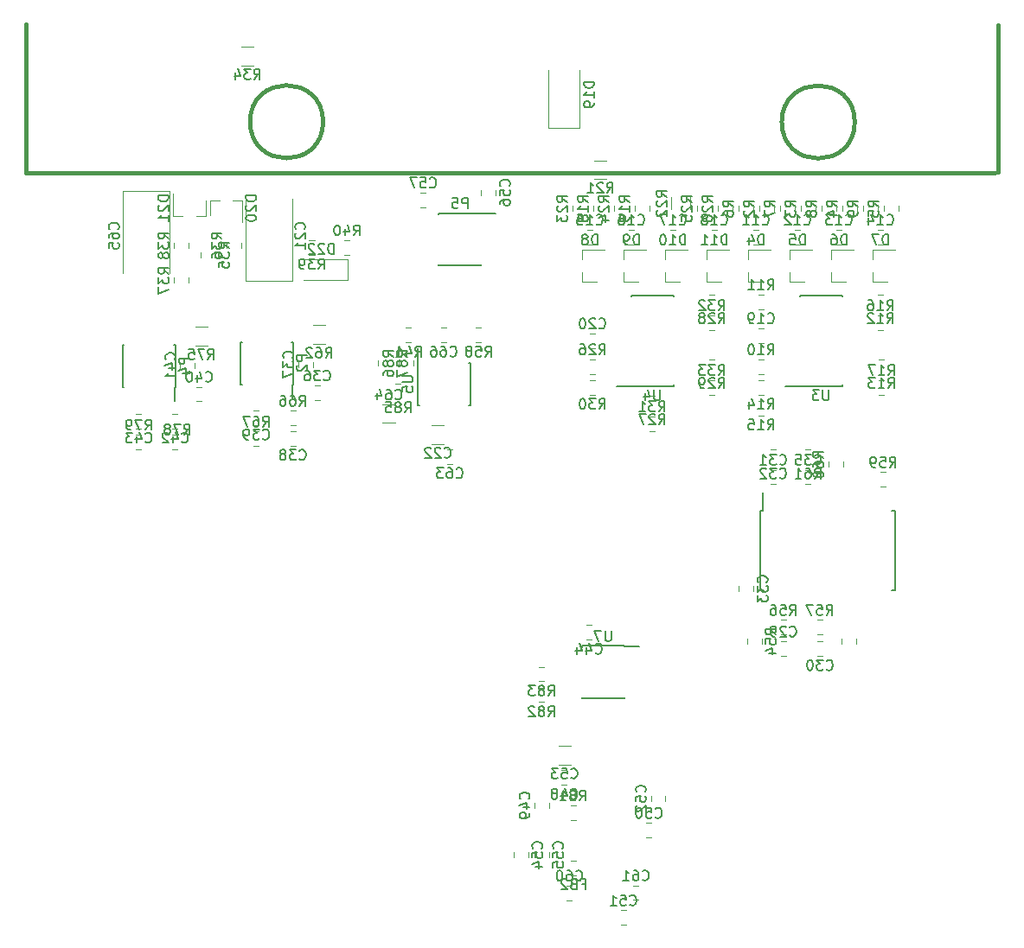
<source format=gbr>
G04 #@! TF.GenerationSoftware,KiCad,Pcbnew,5.1.2-f72e74a~84~ubuntu18.04.1*
G04 #@! TF.CreationDate,2019-08-21T00:14:30+02:00*
G04 #@! TF.ProjectId,Tuareg,54756172-6567-42e6-9b69-6361645f7063,rev?*
G04 #@! TF.SameCoordinates,Original*
G04 #@! TF.FileFunction,Legend,Bot*
G04 #@! TF.FilePolarity,Positive*
%FSLAX46Y46*%
G04 Gerber Fmt 4.6, Leading zero omitted, Abs format (unit mm)*
G04 Created by KiCad (PCBNEW 5.1.2-f72e74a~84~ubuntu18.04.1) date 2019-08-21 00:14:30*
%MOMM*%
%LPD*%
G04 APERTURE LIST*
%ADD10C,0.120000*%
%ADD11C,0.381000*%
%ADD12C,0.150000*%
G04 APERTURE END LIST*
D10*
X97994400Y-74655178D02*
X97994400Y-74138022D01*
X99414400Y-74655178D02*
X99414400Y-74138022D01*
D11*
X162068320Y-61375401D02*
G75*
G03X162068320Y-61375401I-3573780J0D01*
G01*
X110018730Y-61350001D02*
G75*
G03X110018730Y-61350001I-3573870J0D01*
G01*
X176068800Y-51903741D02*
X176068800Y-66303001D01*
X80968660Y-51825001D02*
X80968660Y-66365001D01*
X80971200Y-66365001D02*
X175746220Y-66365001D01*
D10*
X134395978Y-137616000D02*
X133878822Y-137616000D01*
X134395978Y-136196000D02*
X133878822Y-136196000D01*
X140898378Y-137590600D02*
X140381222Y-137590600D01*
X140898378Y-136170600D02*
X140381222Y-136170600D01*
D12*
X125493600Y-70347600D02*
X126893600Y-70347600D01*
X125493600Y-75447600D02*
X121343600Y-75447600D01*
X125493600Y-70297600D02*
X121343600Y-70297600D01*
X125493600Y-75447600D02*
X125493600Y-75302600D01*
X121343600Y-75447600D02*
X121343600Y-75302600D01*
X121343600Y-70297600D02*
X121343600Y-70442600D01*
X125493600Y-70297600D02*
X125493600Y-70347600D01*
D10*
X132104000Y-61974000D02*
X132104000Y-56274000D01*
X135104000Y-61974000D02*
X132104000Y-61974000D01*
X135104000Y-56274000D02*
X135104000Y-61974000D01*
X152658578Y-73354000D02*
X152141422Y-73354000D01*
X152658578Y-71934000D02*
X152141422Y-71934000D01*
X156722578Y-73354000D02*
X156205422Y-73354000D01*
X156722578Y-71934000D02*
X156205422Y-71934000D01*
X160786578Y-73354000D02*
X160269422Y-73354000D01*
X160786578Y-71934000D02*
X160269422Y-71934000D01*
X164850578Y-73354000D02*
X164333422Y-73354000D01*
X164850578Y-71934000D02*
X164333422Y-71934000D01*
X136402578Y-73354000D02*
X135885422Y-73354000D01*
X136402578Y-71934000D02*
X135885422Y-71934000D01*
X140466578Y-73354000D02*
X139949422Y-73354000D01*
X140466578Y-71934000D02*
X139949422Y-71934000D01*
X144530578Y-73354000D02*
X144013422Y-73354000D01*
X144530578Y-71934000D02*
X144013422Y-71934000D01*
X148594578Y-73354000D02*
X148077422Y-73354000D01*
X148594578Y-71934000D02*
X148077422Y-71934000D01*
X153166578Y-83006000D02*
X152649422Y-83006000D01*
X153166578Y-81586000D02*
X152649422Y-81586000D01*
X136656578Y-83514000D02*
X136139422Y-83514000D01*
X136656578Y-82094000D02*
X136139422Y-82094000D01*
X155325578Y-113689200D02*
X154808422Y-113689200D01*
X155325578Y-112269200D02*
X154808422Y-112269200D01*
X158389822Y-112269200D02*
X158906978Y-112269200D01*
X158389822Y-113689200D02*
X158906978Y-113689200D01*
X154334978Y-96874400D02*
X153817822Y-96874400D01*
X154334978Y-95454400D02*
X153817822Y-95454400D01*
X153817822Y-93473200D02*
X154334978Y-93473200D01*
X153817822Y-94893200D02*
X154334978Y-94893200D01*
X150722090Y-107366018D02*
X150722090Y-106848862D01*
X152142090Y-107366018D02*
X152142090Y-106848862D01*
X157763978Y-96874400D02*
X157246822Y-96874400D01*
X157763978Y-95454400D02*
X157246822Y-95454400D01*
X109707178Y-88619400D02*
X109190022Y-88619400D01*
X109707178Y-87199400D02*
X109190022Y-87199400D01*
X109015600Y-84856822D02*
X109015600Y-85373978D01*
X107595600Y-84856822D02*
X107595600Y-85373978D01*
X106802422Y-91669800D02*
X107319578Y-91669800D01*
X106802422Y-93089800D02*
X107319578Y-93089800D01*
X103221022Y-89663200D02*
X103738178Y-89663200D01*
X103221022Y-91083200D02*
X103738178Y-91083200D01*
X98150178Y-87326400D02*
X97633022Y-87326400D01*
X98150178Y-88746400D02*
X97633022Y-88746400D01*
X97458600Y-85009222D02*
X97458600Y-85526378D01*
X96038600Y-85009222D02*
X96038600Y-85526378D01*
X95270822Y-89993400D02*
X95787978Y-89993400D01*
X95270822Y-91413400D02*
X95787978Y-91413400D01*
X91714822Y-89993400D02*
X92231978Y-89993400D01*
X91714822Y-91413400D02*
X92231978Y-91413400D01*
X135783822Y-110669000D02*
X136300978Y-110669000D01*
X135783822Y-112089000D02*
X136300978Y-112089000D01*
X133370822Y-124893000D02*
X133887978Y-124893000D01*
X133370822Y-126313000D02*
X133887978Y-126313000D01*
X132155000Y-128062222D02*
X132155000Y-128579378D01*
X130735000Y-128062222D02*
X130735000Y-128579378D01*
X142168378Y-131469200D02*
X141651222Y-131469200D01*
X142168378Y-130049200D02*
X141651222Y-130049200D01*
X139679178Y-140029000D02*
X139162022Y-140029000D01*
X139679178Y-138609000D02*
X139162022Y-138609000D01*
X143534200Y-127401822D02*
X143534200Y-127918978D01*
X142114200Y-127401822D02*
X142114200Y-127918978D01*
X133049736Y-122508600D02*
X134253864Y-122508600D01*
X133049736Y-124328600D02*
X134253864Y-124328600D01*
X128677600Y-133430778D02*
X128677600Y-132913622D01*
X130097600Y-133430778D02*
X130097600Y-132913622D01*
X130709600Y-133430778D02*
X130709600Y-132913622D01*
X132129600Y-133430778D02*
X132129600Y-132913622D01*
X125502600Y-68533778D02*
X125502600Y-68016622D01*
X126922600Y-68533778D02*
X126922600Y-68016622D01*
X120070378Y-69721800D02*
X119553222Y-69721800D01*
X120070378Y-68301800D02*
X119553222Y-68301800D01*
X151640000Y-77018000D02*
X153100000Y-77018000D01*
X151640000Y-73858000D02*
X153800000Y-73858000D01*
X151640000Y-73858000D02*
X151640000Y-74788000D01*
X151640000Y-77018000D02*
X151640000Y-76088000D01*
X155704000Y-77018000D02*
X157164000Y-77018000D01*
X155704000Y-73858000D02*
X157864000Y-73858000D01*
X155704000Y-73858000D02*
X155704000Y-74788000D01*
X155704000Y-77018000D02*
X155704000Y-76088000D01*
X159768000Y-77018000D02*
X161228000Y-77018000D01*
X159768000Y-73858000D02*
X161928000Y-73858000D01*
X159768000Y-73858000D02*
X159768000Y-74788000D01*
X159768000Y-77018000D02*
X159768000Y-76088000D01*
X163832000Y-77018000D02*
X165292000Y-77018000D01*
X163832000Y-73858000D02*
X165992000Y-73858000D01*
X163832000Y-73858000D02*
X163832000Y-74788000D01*
X163832000Y-77018000D02*
X163832000Y-76088000D01*
X135384000Y-77018000D02*
X136844000Y-77018000D01*
X135384000Y-73858000D02*
X137544000Y-73858000D01*
X135384000Y-73858000D02*
X135384000Y-74788000D01*
X135384000Y-77018000D02*
X135384000Y-76088000D01*
X139448000Y-77018000D02*
X140908000Y-77018000D01*
X139448000Y-73858000D02*
X141608000Y-73858000D01*
X139448000Y-73858000D02*
X139448000Y-74788000D01*
X139448000Y-77018000D02*
X139448000Y-76088000D01*
X143512000Y-77018000D02*
X144972000Y-77018000D01*
X143512000Y-73858000D02*
X145672000Y-73858000D01*
X143512000Y-73858000D02*
X143512000Y-74788000D01*
X143512000Y-77018000D02*
X143512000Y-76088000D01*
X147576000Y-77018000D02*
X149036000Y-77018000D01*
X147576000Y-73858000D02*
X149736000Y-73858000D01*
X147576000Y-73858000D02*
X147576000Y-74788000D01*
X147576000Y-77018000D02*
X147576000Y-76088000D01*
D12*
X153082690Y-99498640D02*
X153082690Y-97698640D01*
X165982690Y-99498640D02*
X165982690Y-107248640D01*
X152832690Y-99498640D02*
X152832690Y-107248640D01*
X165982690Y-99498640D02*
X165647690Y-99498640D01*
X165982690Y-107248640D02*
X165647690Y-107248640D01*
X152832690Y-107248640D02*
X153167690Y-107248640D01*
X152832690Y-99498640D02*
X153082690Y-99498640D01*
D10*
X134285222Y-133732200D02*
X134802378Y-133732200D01*
X134285222Y-135152200D02*
X134802378Y-135152200D01*
D12*
X107020600Y-87063400D02*
X107020600Y-88463400D01*
X101920600Y-87063400D02*
X101920600Y-82913400D01*
X107070600Y-87063400D02*
X107070600Y-82913400D01*
X101920600Y-87063400D02*
X102065600Y-87063400D01*
X101920600Y-82913400D02*
X102065600Y-82913400D01*
X107070600Y-82913400D02*
X106925600Y-82913400D01*
X107070600Y-87063400D02*
X107020600Y-87063400D01*
X95489000Y-87342800D02*
X95489000Y-88742800D01*
X90389000Y-87342800D02*
X90389000Y-83192800D01*
X95539000Y-87342800D02*
X95539000Y-83192800D01*
X90389000Y-87342800D02*
X90534000Y-87342800D01*
X90389000Y-83192800D02*
X90534000Y-83192800D01*
X95539000Y-83192800D02*
X95394000Y-83192800D01*
X95539000Y-87342800D02*
X95489000Y-87342800D01*
D10*
X154126000Y-69591422D02*
X154126000Y-70108578D01*
X152706000Y-69591422D02*
X152706000Y-70108578D01*
X158190000Y-69591422D02*
X158190000Y-70108578D01*
X156770000Y-69591422D02*
X156770000Y-70108578D01*
X162254000Y-69591422D02*
X162254000Y-70108578D01*
X160834000Y-69591422D02*
X160834000Y-70108578D01*
X166318000Y-69591422D02*
X166318000Y-70108578D01*
X164898000Y-69591422D02*
X164898000Y-70108578D01*
X152094000Y-69591422D02*
X152094000Y-70108578D01*
X150674000Y-69591422D02*
X150674000Y-70108578D01*
X156158000Y-69591422D02*
X156158000Y-70108578D01*
X154738000Y-69591422D02*
X154738000Y-70108578D01*
X160222000Y-69591422D02*
X160222000Y-70108578D01*
X158802000Y-69591422D02*
X158802000Y-70108578D01*
X164286000Y-69591422D02*
X164286000Y-70108578D01*
X162866000Y-69591422D02*
X162866000Y-70108578D01*
X153166578Y-86054000D02*
X152649422Y-86054000D01*
X153166578Y-84634000D02*
X152649422Y-84634000D01*
X153166578Y-79704000D02*
X152649422Y-79704000D01*
X153166578Y-78284000D02*
X152649422Y-78284000D01*
X164333422Y-78284000D02*
X164850578Y-78284000D01*
X164333422Y-79704000D02*
X164850578Y-79704000D01*
X164435022Y-84634000D02*
X164952178Y-84634000D01*
X164435022Y-86054000D02*
X164952178Y-86054000D01*
X152649422Y-86666000D02*
X153166578Y-86666000D01*
X152649422Y-88086000D02*
X153166578Y-88086000D01*
X152649422Y-88698000D02*
X153166578Y-88698000D01*
X152649422Y-90118000D02*
X153166578Y-90118000D01*
X164850578Y-81736000D02*
X164333422Y-81736000D01*
X164850578Y-80316000D02*
X164333422Y-80316000D01*
X164952178Y-88086000D02*
X164435022Y-88086000D01*
X164952178Y-86666000D02*
X164435022Y-86666000D01*
X137870000Y-69591422D02*
X137870000Y-70108578D01*
X136450000Y-69591422D02*
X136450000Y-70108578D01*
X141934000Y-69591422D02*
X141934000Y-70108578D01*
X140514000Y-69591422D02*
X140514000Y-70108578D01*
X150062000Y-69591422D02*
X150062000Y-70108578D01*
X148642000Y-69591422D02*
X148642000Y-70108578D01*
X136557936Y-65130000D02*
X137762064Y-65130000D01*
X136557936Y-66950000D02*
X137762064Y-66950000D01*
X145944000Y-68739936D02*
X145944000Y-69944064D01*
X144124000Y-68739936D02*
X144124000Y-69944064D01*
X135838000Y-69591422D02*
X135838000Y-70108578D01*
X134418000Y-69591422D02*
X134418000Y-70108578D01*
X139902000Y-69591422D02*
X139902000Y-70108578D01*
X138482000Y-69591422D02*
X138482000Y-70108578D01*
X148030000Y-69591422D02*
X148030000Y-70108578D01*
X146610000Y-69591422D02*
X146610000Y-70108578D01*
X136656578Y-86054000D02*
X136139422Y-86054000D01*
X136656578Y-84634000D02*
X136139422Y-84634000D01*
X141981422Y-88190000D02*
X142498578Y-88190000D01*
X141981422Y-89610000D02*
X142498578Y-89610000D01*
X147823422Y-78284000D02*
X148340578Y-78284000D01*
X147823422Y-79704000D02*
X148340578Y-79704000D01*
X147823422Y-84634000D02*
X148340578Y-84634000D01*
X147823422Y-86054000D02*
X148340578Y-86054000D01*
X136139422Y-86666000D02*
X136656578Y-86666000D01*
X136139422Y-88086000D02*
X136656578Y-88086000D01*
X142498578Y-91642000D02*
X141981422Y-91642000D01*
X142498578Y-90222000D02*
X141981422Y-90222000D01*
X148340578Y-81736000D02*
X147823422Y-81736000D01*
X148340578Y-80316000D02*
X147823422Y-80316000D01*
X148340578Y-88086000D02*
X147823422Y-88086000D01*
X148340578Y-86666000D02*
X147823422Y-86666000D01*
X151537600Y-112501178D02*
X151537600Y-111984022D01*
X152957600Y-112501178D02*
X152957600Y-111984022D01*
X160783200Y-112501178D02*
X160783200Y-111984022D01*
X162203200Y-112501178D02*
X162203200Y-111984022D01*
X155325578Y-111581000D02*
X154808422Y-111581000D01*
X155325578Y-110161000D02*
X154808422Y-110161000D01*
X158906978Y-111581000D02*
X158389822Y-111581000D01*
X158906978Y-110161000D02*
X158389822Y-110161000D01*
X165104578Y-97103000D02*
X164587422Y-97103000D01*
X165104578Y-95683000D02*
X164587422Y-95683000D01*
X160907800Y-94661222D02*
X160907800Y-95178378D01*
X159487800Y-94661222D02*
X159487800Y-95178378D01*
X157246822Y-93473200D02*
X157763978Y-93473200D01*
X157246822Y-94893200D02*
X157763978Y-94893200D01*
X109024336Y-81284400D02*
X110228464Y-81284400D01*
X109024336Y-83104400D02*
X110228464Y-83104400D01*
X107319578Y-91083200D02*
X106802422Y-91083200D01*
X107319578Y-89663200D02*
X106802422Y-89663200D01*
X103735878Y-93115200D02*
X103218722Y-93115200D01*
X103735878Y-91695200D02*
X103218722Y-91695200D01*
X97492736Y-81436800D02*
X98696864Y-81436800D01*
X97492736Y-83256800D02*
X98696864Y-83256800D01*
X95787978Y-93445400D02*
X95270822Y-93445400D01*
X95787978Y-92025400D02*
X95270822Y-92025400D01*
X92231978Y-92025400D02*
X91714822Y-92025400D01*
X92231978Y-93445400D02*
X91714822Y-93445400D01*
X134751578Y-129767400D02*
X134234422Y-129767400D01*
X134751578Y-128347400D02*
X134234422Y-128347400D01*
X131149649Y-116779295D02*
X131666805Y-116779295D01*
X131149649Y-118199295D02*
X131666805Y-118199295D01*
X131149649Y-114747295D02*
X131666805Y-114747295D01*
X131149649Y-116167295D02*
X131666805Y-116167295D01*
D12*
X156675000Y-87229000D02*
X155300000Y-87229000D01*
X156675000Y-78354000D02*
X160825000Y-78354000D01*
X156675000Y-87254000D02*
X160825000Y-87254000D01*
X156675000Y-78354000D02*
X156675000Y-78469000D01*
X160825000Y-78354000D02*
X160825000Y-78469000D01*
X160825000Y-87254000D02*
X160825000Y-87139000D01*
X156675000Y-87254000D02*
X156675000Y-87229000D01*
X140165000Y-87229000D02*
X138790000Y-87229000D01*
X140165000Y-78354000D02*
X144315000Y-78354000D01*
X140165000Y-87254000D02*
X144315000Y-87254000D01*
X140165000Y-78354000D02*
X140165000Y-78469000D01*
X144315000Y-78354000D02*
X144315000Y-78469000D01*
X144315000Y-87254000D02*
X144315000Y-87139000D01*
X140165000Y-87254000D02*
X140165000Y-87229000D01*
X139525505Y-112754227D02*
X140925505Y-112754227D01*
X139525505Y-117854227D02*
X135375505Y-117854227D01*
X139525505Y-112704227D02*
X135375505Y-112704227D01*
X139525505Y-117854227D02*
X139525505Y-117709227D01*
X135375505Y-117854227D02*
X135375505Y-117709227D01*
X135375505Y-112704227D02*
X135375505Y-112849227D01*
X139525505Y-112704227D02*
X139525505Y-112754227D01*
D10*
X106984200Y-68867000D02*
X106984200Y-76927000D01*
X106984200Y-76927000D02*
X102464200Y-76927000D01*
X102464200Y-76927000D02*
X102464200Y-68867000D01*
X120654536Y-91088800D02*
X121858664Y-91088800D01*
X120654536Y-92908800D02*
X121858664Y-92908800D01*
X122169422Y-94867800D02*
X122686578Y-94867800D01*
X122169422Y-93447800D02*
X122686578Y-93447800D01*
X117058064Y-89031400D02*
X115853936Y-89031400D01*
X117058064Y-90851400D02*
X115853936Y-90851400D01*
X94944600Y-68107000D02*
X94944600Y-76167000D01*
X90424600Y-68107000D02*
X94944600Y-68107000D01*
X90424600Y-76167000D02*
X90424600Y-68107000D01*
X121559822Y-81535200D02*
X122076978Y-81535200D01*
X121559822Y-82955200D02*
X122076978Y-82955200D01*
X98927800Y-69039200D02*
X98927800Y-70499200D01*
X102087800Y-69039200D02*
X102087800Y-71199200D01*
X102087800Y-69039200D02*
X101157800Y-69039200D01*
X98927800Y-69039200D02*
X99857800Y-69039200D01*
X98506400Y-70559200D02*
X97576400Y-70559200D01*
X95346400Y-70559200D02*
X96276400Y-70559200D01*
X95346400Y-70559200D02*
X95346400Y-68399200D01*
X98506400Y-70559200D02*
X98506400Y-69099200D01*
X108105000Y-74819000D02*
X112405000Y-74819000D01*
X112405000Y-74819000D02*
X112405000Y-76819000D01*
X112405000Y-76819000D02*
X108105000Y-76819000D01*
X102010936Y-55824800D02*
X103215064Y-55824800D01*
X102010936Y-54004800D02*
X103215064Y-54004800D01*
X100585200Y-73198222D02*
X100585200Y-73715378D01*
X102005200Y-73198222D02*
X102005200Y-73715378D01*
X96823600Y-76627222D02*
X96823600Y-77144378D01*
X95403600Y-76627222D02*
X95403600Y-77144378D01*
X95403600Y-73198222D02*
X95403600Y-73715378D01*
X96823600Y-73198222D02*
X96823600Y-73715378D01*
X108656622Y-74395400D02*
X109173778Y-74395400D01*
X108656622Y-72975400D02*
X109173778Y-72975400D01*
X112628178Y-72975400D02*
X112111022Y-72975400D01*
X112628178Y-74395400D02*
X112111022Y-74395400D01*
X118130822Y-82955200D02*
X118647978Y-82955200D01*
X118130822Y-81535200D02*
X118647978Y-81535200D01*
X124988822Y-82955200D02*
X125505978Y-82955200D01*
X124988822Y-81535200D02*
X125505978Y-81535200D01*
X117114822Y-87021600D02*
X117631978Y-87021600D01*
X117114822Y-88441600D02*
X117631978Y-88441600D01*
X118820000Y-84755222D02*
X118820000Y-85272378D01*
X117400000Y-84755222D02*
X117400000Y-85272378D01*
X116838800Y-85272378D02*
X116838800Y-84755222D01*
X115418800Y-85272378D02*
X115418800Y-84755222D01*
D12*
X119318800Y-84970800D02*
X119318800Y-83570800D01*
X124418800Y-84970800D02*
X124418800Y-89120800D01*
X119268800Y-84970800D02*
X119268800Y-89120800D01*
X124418800Y-84970800D02*
X124273800Y-84970800D01*
X124418800Y-89120800D02*
X124273800Y-89120800D01*
X119268800Y-89120800D02*
X119413800Y-89120800D01*
X119268800Y-84970800D02*
X119318800Y-84970800D01*
X100806780Y-73753742D02*
X100330590Y-73420409D01*
X100806780Y-73182314D02*
X99806780Y-73182314D01*
X99806780Y-73563266D01*
X99854400Y-73658504D01*
X99902019Y-73706123D01*
X99997257Y-73753742D01*
X100140114Y-73753742D01*
X100235352Y-73706123D01*
X100282971Y-73658504D01*
X100330590Y-73563266D01*
X100330590Y-73182314D01*
X99806780Y-74087076D02*
X99806780Y-74706123D01*
X100187733Y-74372790D01*
X100187733Y-74515647D01*
X100235352Y-74610885D01*
X100282971Y-74658504D01*
X100378209Y-74706123D01*
X100616304Y-74706123D01*
X100711542Y-74658504D01*
X100759161Y-74610885D01*
X100806780Y-74515647D01*
X100806780Y-74229933D01*
X100759161Y-74134695D01*
X100711542Y-74087076D01*
X99806780Y-75610885D02*
X99806780Y-75134695D01*
X100282971Y-75087076D01*
X100235352Y-75134695D01*
X100187733Y-75229933D01*
X100187733Y-75468028D01*
X100235352Y-75563266D01*
X100282971Y-75610885D01*
X100378209Y-75658504D01*
X100616304Y-75658504D01*
X100711542Y-75610885D01*
X100759161Y-75563266D01*
X100806780Y-75468028D01*
X100806780Y-75229933D01*
X100759161Y-75134695D01*
X100711542Y-75087076D01*
X134780257Y-135613142D02*
X134827876Y-135660761D01*
X134970733Y-135708380D01*
X135065971Y-135708380D01*
X135208828Y-135660761D01*
X135304066Y-135565523D01*
X135351685Y-135470285D01*
X135399304Y-135279809D01*
X135399304Y-135136952D01*
X135351685Y-134946476D01*
X135304066Y-134851238D01*
X135208828Y-134756000D01*
X135065971Y-134708380D01*
X134970733Y-134708380D01*
X134827876Y-134756000D01*
X134780257Y-134803619D01*
X133923114Y-134708380D02*
X134113590Y-134708380D01*
X134208828Y-134756000D01*
X134256447Y-134803619D01*
X134351685Y-134946476D01*
X134399304Y-135136952D01*
X134399304Y-135517904D01*
X134351685Y-135613142D01*
X134304066Y-135660761D01*
X134208828Y-135708380D01*
X134018352Y-135708380D01*
X133923114Y-135660761D01*
X133875495Y-135613142D01*
X133827876Y-135517904D01*
X133827876Y-135279809D01*
X133875495Y-135184571D01*
X133923114Y-135136952D01*
X134018352Y-135089333D01*
X134208828Y-135089333D01*
X134304066Y-135136952D01*
X134351685Y-135184571D01*
X134399304Y-135279809D01*
X133208828Y-134708380D02*
X133113590Y-134708380D01*
X133018352Y-134756000D01*
X132970733Y-134803619D01*
X132923114Y-134898857D01*
X132875495Y-135089333D01*
X132875495Y-135327428D01*
X132923114Y-135517904D01*
X132970733Y-135613142D01*
X133018352Y-135660761D01*
X133113590Y-135708380D01*
X133208828Y-135708380D01*
X133304066Y-135660761D01*
X133351685Y-135613142D01*
X133399304Y-135517904D01*
X133446923Y-135327428D01*
X133446923Y-135089333D01*
X133399304Y-134898857D01*
X133351685Y-134803619D01*
X133304066Y-134756000D01*
X133208828Y-134708380D01*
X141282657Y-135587742D02*
X141330276Y-135635361D01*
X141473133Y-135682980D01*
X141568371Y-135682980D01*
X141711228Y-135635361D01*
X141806466Y-135540123D01*
X141854085Y-135444885D01*
X141901704Y-135254409D01*
X141901704Y-135111552D01*
X141854085Y-134921076D01*
X141806466Y-134825838D01*
X141711228Y-134730600D01*
X141568371Y-134682980D01*
X141473133Y-134682980D01*
X141330276Y-134730600D01*
X141282657Y-134778219D01*
X140425514Y-134682980D02*
X140615990Y-134682980D01*
X140711228Y-134730600D01*
X140758847Y-134778219D01*
X140854085Y-134921076D01*
X140901704Y-135111552D01*
X140901704Y-135492504D01*
X140854085Y-135587742D01*
X140806466Y-135635361D01*
X140711228Y-135682980D01*
X140520752Y-135682980D01*
X140425514Y-135635361D01*
X140377895Y-135587742D01*
X140330276Y-135492504D01*
X140330276Y-135254409D01*
X140377895Y-135159171D01*
X140425514Y-135111552D01*
X140520752Y-135063933D01*
X140711228Y-135063933D01*
X140806466Y-135111552D01*
X140854085Y-135159171D01*
X140901704Y-135254409D01*
X139377895Y-135682980D02*
X139949323Y-135682980D01*
X139663609Y-135682980D02*
X139663609Y-134682980D01*
X139758847Y-134825838D01*
X139854085Y-134921076D01*
X139949323Y-134968695D01*
X124156695Y-69824980D02*
X124156695Y-68824980D01*
X123775742Y-68824980D01*
X123680504Y-68872600D01*
X123632885Y-68920219D01*
X123585266Y-69015457D01*
X123585266Y-69158314D01*
X123632885Y-69253552D01*
X123680504Y-69301171D01*
X123775742Y-69348790D01*
X124156695Y-69348790D01*
X122680504Y-68824980D02*
X123156695Y-68824980D01*
X123204314Y-69301171D01*
X123156695Y-69253552D01*
X123061457Y-69205933D01*
X122823361Y-69205933D01*
X122728123Y-69253552D01*
X122680504Y-69301171D01*
X122632885Y-69396409D01*
X122632885Y-69634504D01*
X122680504Y-69729742D01*
X122728123Y-69777361D01*
X122823361Y-69824980D01*
X123061457Y-69824980D01*
X123156695Y-69777361D01*
X123204314Y-69729742D01*
X136556380Y-57459714D02*
X135556380Y-57459714D01*
X135556380Y-57697809D01*
X135604000Y-57840666D01*
X135699238Y-57935904D01*
X135794476Y-57983523D01*
X135984952Y-58031142D01*
X136127809Y-58031142D01*
X136318285Y-57983523D01*
X136413523Y-57935904D01*
X136508761Y-57840666D01*
X136556380Y-57697809D01*
X136556380Y-57459714D01*
X136556380Y-58983523D02*
X136556380Y-58412095D01*
X136556380Y-58697809D02*
X135556380Y-58697809D01*
X135699238Y-58602571D01*
X135794476Y-58507333D01*
X135842095Y-58412095D01*
X136556380Y-59459714D02*
X136556380Y-59650190D01*
X136508761Y-59745428D01*
X136461142Y-59793047D01*
X136318285Y-59888285D01*
X136127809Y-59935904D01*
X135746857Y-59935904D01*
X135651619Y-59888285D01*
X135604000Y-59840666D01*
X135556380Y-59745428D01*
X135556380Y-59554952D01*
X135604000Y-59459714D01*
X135651619Y-59412095D01*
X135746857Y-59364476D01*
X135984952Y-59364476D01*
X136080190Y-59412095D01*
X136127809Y-59459714D01*
X136175428Y-59554952D01*
X136175428Y-59745428D01*
X136127809Y-59840666D01*
X136080190Y-59888285D01*
X135984952Y-59935904D01*
X153042857Y-71351142D02*
X153090476Y-71398761D01*
X153233333Y-71446380D01*
X153328571Y-71446380D01*
X153471428Y-71398761D01*
X153566666Y-71303523D01*
X153614285Y-71208285D01*
X153661904Y-71017809D01*
X153661904Y-70874952D01*
X153614285Y-70684476D01*
X153566666Y-70589238D01*
X153471428Y-70494000D01*
X153328571Y-70446380D01*
X153233333Y-70446380D01*
X153090476Y-70494000D01*
X153042857Y-70541619D01*
X152090476Y-71446380D02*
X152661904Y-71446380D01*
X152376190Y-71446380D02*
X152376190Y-70446380D01*
X152471428Y-70589238D01*
X152566666Y-70684476D01*
X152661904Y-70732095D01*
X151138095Y-71446380D02*
X151709523Y-71446380D01*
X151423809Y-71446380D02*
X151423809Y-70446380D01*
X151519047Y-70589238D01*
X151614285Y-70684476D01*
X151709523Y-70732095D01*
X157106857Y-71351142D02*
X157154476Y-71398761D01*
X157297333Y-71446380D01*
X157392571Y-71446380D01*
X157535428Y-71398761D01*
X157630666Y-71303523D01*
X157678285Y-71208285D01*
X157725904Y-71017809D01*
X157725904Y-70874952D01*
X157678285Y-70684476D01*
X157630666Y-70589238D01*
X157535428Y-70494000D01*
X157392571Y-70446380D01*
X157297333Y-70446380D01*
X157154476Y-70494000D01*
X157106857Y-70541619D01*
X156154476Y-71446380D02*
X156725904Y-71446380D01*
X156440190Y-71446380D02*
X156440190Y-70446380D01*
X156535428Y-70589238D01*
X156630666Y-70684476D01*
X156725904Y-70732095D01*
X155773523Y-70541619D02*
X155725904Y-70494000D01*
X155630666Y-70446380D01*
X155392571Y-70446380D01*
X155297333Y-70494000D01*
X155249714Y-70541619D01*
X155202095Y-70636857D01*
X155202095Y-70732095D01*
X155249714Y-70874952D01*
X155821142Y-71446380D01*
X155202095Y-71446380D01*
X161170857Y-71351142D02*
X161218476Y-71398761D01*
X161361333Y-71446380D01*
X161456571Y-71446380D01*
X161599428Y-71398761D01*
X161694666Y-71303523D01*
X161742285Y-71208285D01*
X161789904Y-71017809D01*
X161789904Y-70874952D01*
X161742285Y-70684476D01*
X161694666Y-70589238D01*
X161599428Y-70494000D01*
X161456571Y-70446380D01*
X161361333Y-70446380D01*
X161218476Y-70494000D01*
X161170857Y-70541619D01*
X160218476Y-71446380D02*
X160789904Y-71446380D01*
X160504190Y-71446380D02*
X160504190Y-70446380D01*
X160599428Y-70589238D01*
X160694666Y-70684476D01*
X160789904Y-70732095D01*
X159885142Y-70446380D02*
X159266095Y-70446380D01*
X159599428Y-70827333D01*
X159456571Y-70827333D01*
X159361333Y-70874952D01*
X159313714Y-70922571D01*
X159266095Y-71017809D01*
X159266095Y-71255904D01*
X159313714Y-71351142D01*
X159361333Y-71398761D01*
X159456571Y-71446380D01*
X159742285Y-71446380D01*
X159837523Y-71398761D01*
X159885142Y-71351142D01*
X165234857Y-71351142D02*
X165282476Y-71398761D01*
X165425333Y-71446380D01*
X165520571Y-71446380D01*
X165663428Y-71398761D01*
X165758666Y-71303523D01*
X165806285Y-71208285D01*
X165853904Y-71017809D01*
X165853904Y-70874952D01*
X165806285Y-70684476D01*
X165758666Y-70589238D01*
X165663428Y-70494000D01*
X165520571Y-70446380D01*
X165425333Y-70446380D01*
X165282476Y-70494000D01*
X165234857Y-70541619D01*
X164282476Y-71446380D02*
X164853904Y-71446380D01*
X164568190Y-71446380D02*
X164568190Y-70446380D01*
X164663428Y-70589238D01*
X164758666Y-70684476D01*
X164853904Y-70732095D01*
X163425333Y-70779714D02*
X163425333Y-71446380D01*
X163663428Y-70398761D02*
X163901523Y-71113047D01*
X163282476Y-71113047D01*
X136786857Y-71351142D02*
X136834476Y-71398761D01*
X136977333Y-71446380D01*
X137072571Y-71446380D01*
X137215428Y-71398761D01*
X137310666Y-71303523D01*
X137358285Y-71208285D01*
X137405904Y-71017809D01*
X137405904Y-70874952D01*
X137358285Y-70684476D01*
X137310666Y-70589238D01*
X137215428Y-70494000D01*
X137072571Y-70446380D01*
X136977333Y-70446380D01*
X136834476Y-70494000D01*
X136786857Y-70541619D01*
X135834476Y-71446380D02*
X136405904Y-71446380D01*
X136120190Y-71446380D02*
X136120190Y-70446380D01*
X136215428Y-70589238D01*
X136310666Y-70684476D01*
X136405904Y-70732095D01*
X134929714Y-70446380D02*
X135405904Y-70446380D01*
X135453523Y-70922571D01*
X135405904Y-70874952D01*
X135310666Y-70827333D01*
X135072571Y-70827333D01*
X134977333Y-70874952D01*
X134929714Y-70922571D01*
X134882095Y-71017809D01*
X134882095Y-71255904D01*
X134929714Y-71351142D01*
X134977333Y-71398761D01*
X135072571Y-71446380D01*
X135310666Y-71446380D01*
X135405904Y-71398761D01*
X135453523Y-71351142D01*
X140850857Y-71351142D02*
X140898476Y-71398761D01*
X141041333Y-71446380D01*
X141136571Y-71446380D01*
X141279428Y-71398761D01*
X141374666Y-71303523D01*
X141422285Y-71208285D01*
X141469904Y-71017809D01*
X141469904Y-70874952D01*
X141422285Y-70684476D01*
X141374666Y-70589238D01*
X141279428Y-70494000D01*
X141136571Y-70446380D01*
X141041333Y-70446380D01*
X140898476Y-70494000D01*
X140850857Y-70541619D01*
X139898476Y-71446380D02*
X140469904Y-71446380D01*
X140184190Y-71446380D02*
X140184190Y-70446380D01*
X140279428Y-70589238D01*
X140374666Y-70684476D01*
X140469904Y-70732095D01*
X139041333Y-70446380D02*
X139231809Y-70446380D01*
X139327047Y-70494000D01*
X139374666Y-70541619D01*
X139469904Y-70684476D01*
X139517523Y-70874952D01*
X139517523Y-71255904D01*
X139469904Y-71351142D01*
X139422285Y-71398761D01*
X139327047Y-71446380D01*
X139136571Y-71446380D01*
X139041333Y-71398761D01*
X138993714Y-71351142D01*
X138946095Y-71255904D01*
X138946095Y-71017809D01*
X138993714Y-70922571D01*
X139041333Y-70874952D01*
X139136571Y-70827333D01*
X139327047Y-70827333D01*
X139422285Y-70874952D01*
X139469904Y-70922571D01*
X139517523Y-71017809D01*
X144914857Y-71351142D02*
X144962476Y-71398761D01*
X145105333Y-71446380D01*
X145200571Y-71446380D01*
X145343428Y-71398761D01*
X145438666Y-71303523D01*
X145486285Y-71208285D01*
X145533904Y-71017809D01*
X145533904Y-70874952D01*
X145486285Y-70684476D01*
X145438666Y-70589238D01*
X145343428Y-70494000D01*
X145200571Y-70446380D01*
X145105333Y-70446380D01*
X144962476Y-70494000D01*
X144914857Y-70541619D01*
X143962476Y-71446380D02*
X144533904Y-71446380D01*
X144248190Y-71446380D02*
X144248190Y-70446380D01*
X144343428Y-70589238D01*
X144438666Y-70684476D01*
X144533904Y-70732095D01*
X143629142Y-70446380D02*
X142962476Y-70446380D01*
X143391047Y-71446380D01*
X148978857Y-71351142D02*
X149026476Y-71398761D01*
X149169333Y-71446380D01*
X149264571Y-71446380D01*
X149407428Y-71398761D01*
X149502666Y-71303523D01*
X149550285Y-71208285D01*
X149597904Y-71017809D01*
X149597904Y-70874952D01*
X149550285Y-70684476D01*
X149502666Y-70589238D01*
X149407428Y-70494000D01*
X149264571Y-70446380D01*
X149169333Y-70446380D01*
X149026476Y-70494000D01*
X148978857Y-70541619D01*
X148026476Y-71446380D02*
X148597904Y-71446380D01*
X148312190Y-71446380D02*
X148312190Y-70446380D01*
X148407428Y-70589238D01*
X148502666Y-70684476D01*
X148597904Y-70732095D01*
X147455047Y-70874952D02*
X147550285Y-70827333D01*
X147597904Y-70779714D01*
X147645523Y-70684476D01*
X147645523Y-70636857D01*
X147597904Y-70541619D01*
X147550285Y-70494000D01*
X147455047Y-70446380D01*
X147264571Y-70446380D01*
X147169333Y-70494000D01*
X147121714Y-70541619D01*
X147074095Y-70636857D01*
X147074095Y-70684476D01*
X147121714Y-70779714D01*
X147169333Y-70827333D01*
X147264571Y-70874952D01*
X147455047Y-70874952D01*
X147550285Y-70922571D01*
X147597904Y-70970190D01*
X147645523Y-71065428D01*
X147645523Y-71255904D01*
X147597904Y-71351142D01*
X147550285Y-71398761D01*
X147455047Y-71446380D01*
X147264571Y-71446380D01*
X147169333Y-71398761D01*
X147121714Y-71351142D01*
X147074095Y-71255904D01*
X147074095Y-71065428D01*
X147121714Y-70970190D01*
X147169333Y-70922571D01*
X147264571Y-70874952D01*
X153550857Y-81003142D02*
X153598476Y-81050761D01*
X153741333Y-81098380D01*
X153836571Y-81098380D01*
X153979428Y-81050761D01*
X154074666Y-80955523D01*
X154122285Y-80860285D01*
X154169904Y-80669809D01*
X154169904Y-80526952D01*
X154122285Y-80336476D01*
X154074666Y-80241238D01*
X153979428Y-80146000D01*
X153836571Y-80098380D01*
X153741333Y-80098380D01*
X153598476Y-80146000D01*
X153550857Y-80193619D01*
X152598476Y-81098380D02*
X153169904Y-81098380D01*
X152884190Y-81098380D02*
X152884190Y-80098380D01*
X152979428Y-80241238D01*
X153074666Y-80336476D01*
X153169904Y-80384095D01*
X152122285Y-81098380D02*
X151931809Y-81098380D01*
X151836571Y-81050761D01*
X151788952Y-81003142D01*
X151693714Y-80860285D01*
X151646095Y-80669809D01*
X151646095Y-80288857D01*
X151693714Y-80193619D01*
X151741333Y-80146000D01*
X151836571Y-80098380D01*
X152027047Y-80098380D01*
X152122285Y-80146000D01*
X152169904Y-80193619D01*
X152217523Y-80288857D01*
X152217523Y-80526952D01*
X152169904Y-80622190D01*
X152122285Y-80669809D01*
X152027047Y-80717428D01*
X151836571Y-80717428D01*
X151741333Y-80669809D01*
X151693714Y-80622190D01*
X151646095Y-80526952D01*
X137040857Y-81511142D02*
X137088476Y-81558761D01*
X137231333Y-81606380D01*
X137326571Y-81606380D01*
X137469428Y-81558761D01*
X137564666Y-81463523D01*
X137612285Y-81368285D01*
X137659904Y-81177809D01*
X137659904Y-81034952D01*
X137612285Y-80844476D01*
X137564666Y-80749238D01*
X137469428Y-80654000D01*
X137326571Y-80606380D01*
X137231333Y-80606380D01*
X137088476Y-80654000D01*
X137040857Y-80701619D01*
X136659904Y-80701619D02*
X136612285Y-80654000D01*
X136517047Y-80606380D01*
X136278952Y-80606380D01*
X136183714Y-80654000D01*
X136136095Y-80701619D01*
X136088476Y-80796857D01*
X136088476Y-80892095D01*
X136136095Y-81034952D01*
X136707523Y-81606380D01*
X136088476Y-81606380D01*
X135469428Y-80606380D02*
X135374190Y-80606380D01*
X135278952Y-80654000D01*
X135231333Y-80701619D01*
X135183714Y-80796857D01*
X135136095Y-80987333D01*
X135136095Y-81225428D01*
X135183714Y-81415904D01*
X135231333Y-81511142D01*
X135278952Y-81558761D01*
X135374190Y-81606380D01*
X135469428Y-81606380D01*
X135564666Y-81558761D01*
X135612285Y-81511142D01*
X135659904Y-81415904D01*
X135707523Y-81225428D01*
X135707523Y-80987333D01*
X135659904Y-80796857D01*
X135612285Y-80701619D01*
X135564666Y-80654000D01*
X135469428Y-80606380D01*
X155709857Y-111686342D02*
X155757476Y-111733961D01*
X155900333Y-111781580D01*
X155995571Y-111781580D01*
X156138428Y-111733961D01*
X156233666Y-111638723D01*
X156281285Y-111543485D01*
X156328904Y-111353009D01*
X156328904Y-111210152D01*
X156281285Y-111019676D01*
X156233666Y-110924438D01*
X156138428Y-110829200D01*
X155995571Y-110781580D01*
X155900333Y-110781580D01*
X155757476Y-110829200D01*
X155709857Y-110876819D01*
X155328904Y-110876819D02*
X155281285Y-110829200D01*
X155186047Y-110781580D01*
X154947952Y-110781580D01*
X154852714Y-110829200D01*
X154805095Y-110876819D01*
X154757476Y-110972057D01*
X154757476Y-111067295D01*
X154805095Y-111210152D01*
X155376523Y-111781580D01*
X154757476Y-111781580D01*
X154281285Y-111781580D02*
X154090809Y-111781580D01*
X153995571Y-111733961D01*
X153947952Y-111686342D01*
X153852714Y-111543485D01*
X153805095Y-111353009D01*
X153805095Y-110972057D01*
X153852714Y-110876819D01*
X153900333Y-110829200D01*
X153995571Y-110781580D01*
X154186047Y-110781580D01*
X154281285Y-110829200D01*
X154328904Y-110876819D01*
X154376523Y-110972057D01*
X154376523Y-111210152D01*
X154328904Y-111305390D01*
X154281285Y-111353009D01*
X154186047Y-111400628D01*
X153995571Y-111400628D01*
X153900333Y-111353009D01*
X153852714Y-111305390D01*
X153805095Y-111210152D01*
X159291257Y-114986342D02*
X159338876Y-115033961D01*
X159481733Y-115081580D01*
X159576971Y-115081580D01*
X159719828Y-115033961D01*
X159815066Y-114938723D01*
X159862685Y-114843485D01*
X159910304Y-114653009D01*
X159910304Y-114510152D01*
X159862685Y-114319676D01*
X159815066Y-114224438D01*
X159719828Y-114129200D01*
X159576971Y-114081580D01*
X159481733Y-114081580D01*
X159338876Y-114129200D01*
X159291257Y-114176819D01*
X158957923Y-114081580D02*
X158338876Y-114081580D01*
X158672209Y-114462533D01*
X158529352Y-114462533D01*
X158434114Y-114510152D01*
X158386495Y-114557771D01*
X158338876Y-114653009D01*
X158338876Y-114891104D01*
X158386495Y-114986342D01*
X158434114Y-115033961D01*
X158529352Y-115081580D01*
X158815066Y-115081580D01*
X158910304Y-115033961D01*
X158957923Y-114986342D01*
X157719828Y-114081580D02*
X157624590Y-114081580D01*
X157529352Y-114129200D01*
X157481733Y-114176819D01*
X157434114Y-114272057D01*
X157386495Y-114462533D01*
X157386495Y-114700628D01*
X157434114Y-114891104D01*
X157481733Y-114986342D01*
X157529352Y-115033961D01*
X157624590Y-115081580D01*
X157719828Y-115081580D01*
X157815066Y-115033961D01*
X157862685Y-114986342D01*
X157910304Y-114891104D01*
X157957923Y-114700628D01*
X157957923Y-114462533D01*
X157910304Y-114272057D01*
X157862685Y-114176819D01*
X157815066Y-114129200D01*
X157719828Y-114081580D01*
X154719257Y-94871542D02*
X154766876Y-94919161D01*
X154909733Y-94966780D01*
X155004971Y-94966780D01*
X155147828Y-94919161D01*
X155243066Y-94823923D01*
X155290685Y-94728685D01*
X155338304Y-94538209D01*
X155338304Y-94395352D01*
X155290685Y-94204876D01*
X155243066Y-94109638D01*
X155147828Y-94014400D01*
X155004971Y-93966780D01*
X154909733Y-93966780D01*
X154766876Y-94014400D01*
X154719257Y-94062019D01*
X154385923Y-93966780D02*
X153766876Y-93966780D01*
X154100209Y-94347733D01*
X153957352Y-94347733D01*
X153862114Y-94395352D01*
X153814495Y-94442971D01*
X153766876Y-94538209D01*
X153766876Y-94776304D01*
X153814495Y-94871542D01*
X153862114Y-94919161D01*
X153957352Y-94966780D01*
X154243066Y-94966780D01*
X154338304Y-94919161D01*
X154385923Y-94871542D01*
X152814495Y-94966780D02*
X153385923Y-94966780D01*
X153100209Y-94966780D02*
X153100209Y-93966780D01*
X153195447Y-94109638D01*
X153290685Y-94204876D01*
X153385923Y-94252495D01*
X154719257Y-96190342D02*
X154766876Y-96237961D01*
X154909733Y-96285580D01*
X155004971Y-96285580D01*
X155147828Y-96237961D01*
X155243066Y-96142723D01*
X155290685Y-96047485D01*
X155338304Y-95857009D01*
X155338304Y-95714152D01*
X155290685Y-95523676D01*
X155243066Y-95428438D01*
X155147828Y-95333200D01*
X155004971Y-95285580D01*
X154909733Y-95285580D01*
X154766876Y-95333200D01*
X154719257Y-95380819D01*
X154385923Y-95285580D02*
X153766876Y-95285580D01*
X154100209Y-95666533D01*
X153957352Y-95666533D01*
X153862114Y-95714152D01*
X153814495Y-95761771D01*
X153766876Y-95857009D01*
X153766876Y-96095104D01*
X153814495Y-96190342D01*
X153862114Y-96237961D01*
X153957352Y-96285580D01*
X154243066Y-96285580D01*
X154338304Y-96237961D01*
X154385923Y-96190342D01*
X153385923Y-95380819D02*
X153338304Y-95333200D01*
X153243066Y-95285580D01*
X153004971Y-95285580D01*
X152909733Y-95333200D01*
X152862114Y-95380819D01*
X152814495Y-95476057D01*
X152814495Y-95571295D01*
X152862114Y-95714152D01*
X153433542Y-96285580D01*
X152814495Y-96285580D01*
X153439232Y-106464582D02*
X153486851Y-106416963D01*
X153534470Y-106274106D01*
X153534470Y-106178868D01*
X153486851Y-106036011D01*
X153391613Y-105940773D01*
X153296375Y-105893154D01*
X153105899Y-105845535D01*
X152963042Y-105845535D01*
X152772566Y-105893154D01*
X152677328Y-105940773D01*
X152582090Y-106036011D01*
X152534470Y-106178868D01*
X152534470Y-106274106D01*
X152582090Y-106416963D01*
X152629709Y-106464582D01*
X152534470Y-106797916D02*
X152534470Y-107416963D01*
X152915423Y-107083630D01*
X152915423Y-107226487D01*
X152963042Y-107321725D01*
X153010661Y-107369344D01*
X153105899Y-107416963D01*
X153343994Y-107416963D01*
X153439232Y-107369344D01*
X153486851Y-107321725D01*
X153534470Y-107226487D01*
X153534470Y-106940773D01*
X153486851Y-106845535D01*
X153439232Y-106797916D01*
X152534470Y-107750297D02*
X152534470Y-108369344D01*
X152915423Y-108036011D01*
X152915423Y-108178868D01*
X152963042Y-108274106D01*
X153010661Y-108321725D01*
X153105899Y-108369344D01*
X153343994Y-108369344D01*
X153439232Y-108321725D01*
X153486851Y-108274106D01*
X153534470Y-108178868D01*
X153534470Y-107893154D01*
X153486851Y-107797916D01*
X153439232Y-107750297D01*
X158148257Y-94871542D02*
X158195876Y-94919161D01*
X158338733Y-94966780D01*
X158433971Y-94966780D01*
X158576828Y-94919161D01*
X158672066Y-94823923D01*
X158719685Y-94728685D01*
X158767304Y-94538209D01*
X158767304Y-94395352D01*
X158719685Y-94204876D01*
X158672066Y-94109638D01*
X158576828Y-94014400D01*
X158433971Y-93966780D01*
X158338733Y-93966780D01*
X158195876Y-94014400D01*
X158148257Y-94062019D01*
X157814923Y-93966780D02*
X157195876Y-93966780D01*
X157529209Y-94347733D01*
X157386352Y-94347733D01*
X157291114Y-94395352D01*
X157243495Y-94442971D01*
X157195876Y-94538209D01*
X157195876Y-94776304D01*
X157243495Y-94871542D01*
X157291114Y-94919161D01*
X157386352Y-94966780D01*
X157672066Y-94966780D01*
X157767304Y-94919161D01*
X157814923Y-94871542D01*
X156291114Y-93966780D02*
X156767304Y-93966780D01*
X156814923Y-94442971D01*
X156767304Y-94395352D01*
X156672066Y-94347733D01*
X156433971Y-94347733D01*
X156338733Y-94395352D01*
X156291114Y-94442971D01*
X156243495Y-94538209D01*
X156243495Y-94776304D01*
X156291114Y-94871542D01*
X156338733Y-94919161D01*
X156433971Y-94966780D01*
X156672066Y-94966780D01*
X156767304Y-94919161D01*
X156814923Y-94871542D01*
X110091457Y-86616542D02*
X110139076Y-86664161D01*
X110281933Y-86711780D01*
X110377171Y-86711780D01*
X110520028Y-86664161D01*
X110615266Y-86568923D01*
X110662885Y-86473685D01*
X110710504Y-86283209D01*
X110710504Y-86140352D01*
X110662885Y-85949876D01*
X110615266Y-85854638D01*
X110520028Y-85759400D01*
X110377171Y-85711780D01*
X110281933Y-85711780D01*
X110139076Y-85759400D01*
X110091457Y-85807019D01*
X109758123Y-85711780D02*
X109139076Y-85711780D01*
X109472409Y-86092733D01*
X109329552Y-86092733D01*
X109234314Y-86140352D01*
X109186695Y-86187971D01*
X109139076Y-86283209D01*
X109139076Y-86521304D01*
X109186695Y-86616542D01*
X109234314Y-86664161D01*
X109329552Y-86711780D01*
X109615266Y-86711780D01*
X109710504Y-86664161D01*
X109758123Y-86616542D01*
X108281933Y-85711780D02*
X108472409Y-85711780D01*
X108567647Y-85759400D01*
X108615266Y-85807019D01*
X108710504Y-85949876D01*
X108758123Y-86140352D01*
X108758123Y-86521304D01*
X108710504Y-86616542D01*
X108662885Y-86664161D01*
X108567647Y-86711780D01*
X108377171Y-86711780D01*
X108281933Y-86664161D01*
X108234314Y-86616542D01*
X108186695Y-86521304D01*
X108186695Y-86283209D01*
X108234314Y-86187971D01*
X108281933Y-86140352D01*
X108377171Y-86092733D01*
X108567647Y-86092733D01*
X108662885Y-86140352D01*
X108710504Y-86187971D01*
X108758123Y-86283209D01*
X107012742Y-84472542D02*
X107060361Y-84424923D01*
X107107980Y-84282066D01*
X107107980Y-84186828D01*
X107060361Y-84043971D01*
X106965123Y-83948733D01*
X106869885Y-83901114D01*
X106679409Y-83853495D01*
X106536552Y-83853495D01*
X106346076Y-83901114D01*
X106250838Y-83948733D01*
X106155600Y-84043971D01*
X106107980Y-84186828D01*
X106107980Y-84282066D01*
X106155600Y-84424923D01*
X106203219Y-84472542D01*
X106107980Y-84805876D02*
X106107980Y-85424923D01*
X106488933Y-85091590D01*
X106488933Y-85234447D01*
X106536552Y-85329685D01*
X106584171Y-85377304D01*
X106679409Y-85424923D01*
X106917504Y-85424923D01*
X107012742Y-85377304D01*
X107060361Y-85329685D01*
X107107980Y-85234447D01*
X107107980Y-84948733D01*
X107060361Y-84853495D01*
X107012742Y-84805876D01*
X106107980Y-85758257D02*
X106107980Y-86424923D01*
X107107980Y-85996352D01*
X107703857Y-94386942D02*
X107751476Y-94434561D01*
X107894333Y-94482180D01*
X107989571Y-94482180D01*
X108132428Y-94434561D01*
X108227666Y-94339323D01*
X108275285Y-94244085D01*
X108322904Y-94053609D01*
X108322904Y-93910752D01*
X108275285Y-93720276D01*
X108227666Y-93625038D01*
X108132428Y-93529800D01*
X107989571Y-93482180D01*
X107894333Y-93482180D01*
X107751476Y-93529800D01*
X107703857Y-93577419D01*
X107370523Y-93482180D02*
X106751476Y-93482180D01*
X107084809Y-93863133D01*
X106941952Y-93863133D01*
X106846714Y-93910752D01*
X106799095Y-93958371D01*
X106751476Y-94053609D01*
X106751476Y-94291704D01*
X106799095Y-94386942D01*
X106846714Y-94434561D01*
X106941952Y-94482180D01*
X107227666Y-94482180D01*
X107322904Y-94434561D01*
X107370523Y-94386942D01*
X106180047Y-93910752D02*
X106275285Y-93863133D01*
X106322904Y-93815514D01*
X106370523Y-93720276D01*
X106370523Y-93672657D01*
X106322904Y-93577419D01*
X106275285Y-93529800D01*
X106180047Y-93482180D01*
X105989571Y-93482180D01*
X105894333Y-93529800D01*
X105846714Y-93577419D01*
X105799095Y-93672657D01*
X105799095Y-93720276D01*
X105846714Y-93815514D01*
X105894333Y-93863133D01*
X105989571Y-93910752D01*
X106180047Y-93910752D01*
X106275285Y-93958371D01*
X106322904Y-94005990D01*
X106370523Y-94101228D01*
X106370523Y-94291704D01*
X106322904Y-94386942D01*
X106275285Y-94434561D01*
X106180047Y-94482180D01*
X105989571Y-94482180D01*
X105894333Y-94434561D01*
X105846714Y-94386942D01*
X105799095Y-94291704D01*
X105799095Y-94101228D01*
X105846714Y-94005990D01*
X105894333Y-93958371D01*
X105989571Y-93910752D01*
X104122457Y-92380342D02*
X104170076Y-92427961D01*
X104312933Y-92475580D01*
X104408171Y-92475580D01*
X104551028Y-92427961D01*
X104646266Y-92332723D01*
X104693885Y-92237485D01*
X104741504Y-92047009D01*
X104741504Y-91904152D01*
X104693885Y-91713676D01*
X104646266Y-91618438D01*
X104551028Y-91523200D01*
X104408171Y-91475580D01*
X104312933Y-91475580D01*
X104170076Y-91523200D01*
X104122457Y-91570819D01*
X103789123Y-91475580D02*
X103170076Y-91475580D01*
X103503409Y-91856533D01*
X103360552Y-91856533D01*
X103265314Y-91904152D01*
X103217695Y-91951771D01*
X103170076Y-92047009D01*
X103170076Y-92285104D01*
X103217695Y-92380342D01*
X103265314Y-92427961D01*
X103360552Y-92475580D01*
X103646266Y-92475580D01*
X103741504Y-92427961D01*
X103789123Y-92380342D01*
X102693885Y-92475580D02*
X102503409Y-92475580D01*
X102408171Y-92427961D01*
X102360552Y-92380342D01*
X102265314Y-92237485D01*
X102217695Y-92047009D01*
X102217695Y-91666057D01*
X102265314Y-91570819D01*
X102312933Y-91523200D01*
X102408171Y-91475580D01*
X102598647Y-91475580D01*
X102693885Y-91523200D01*
X102741504Y-91570819D01*
X102789123Y-91666057D01*
X102789123Y-91904152D01*
X102741504Y-91999390D01*
X102693885Y-92047009D01*
X102598647Y-92094628D01*
X102408171Y-92094628D01*
X102312933Y-92047009D01*
X102265314Y-91999390D01*
X102217695Y-91904152D01*
X98534457Y-86743542D02*
X98582076Y-86791161D01*
X98724933Y-86838780D01*
X98820171Y-86838780D01*
X98963028Y-86791161D01*
X99058266Y-86695923D01*
X99105885Y-86600685D01*
X99153504Y-86410209D01*
X99153504Y-86267352D01*
X99105885Y-86076876D01*
X99058266Y-85981638D01*
X98963028Y-85886400D01*
X98820171Y-85838780D01*
X98724933Y-85838780D01*
X98582076Y-85886400D01*
X98534457Y-85934019D01*
X97677314Y-86172114D02*
X97677314Y-86838780D01*
X97915409Y-85791161D02*
X98153504Y-86505447D01*
X97534457Y-86505447D01*
X96963028Y-85838780D02*
X96867790Y-85838780D01*
X96772552Y-85886400D01*
X96724933Y-85934019D01*
X96677314Y-86029257D01*
X96629695Y-86219733D01*
X96629695Y-86457828D01*
X96677314Y-86648304D01*
X96724933Y-86743542D01*
X96772552Y-86791161D01*
X96867790Y-86838780D01*
X96963028Y-86838780D01*
X97058266Y-86791161D01*
X97105885Y-86743542D01*
X97153504Y-86648304D01*
X97201123Y-86457828D01*
X97201123Y-86219733D01*
X97153504Y-86029257D01*
X97105885Y-85934019D01*
X97058266Y-85886400D01*
X96963028Y-85838780D01*
X95455742Y-84624942D02*
X95503361Y-84577323D01*
X95550980Y-84434466D01*
X95550980Y-84339228D01*
X95503361Y-84196371D01*
X95408123Y-84101133D01*
X95312885Y-84053514D01*
X95122409Y-84005895D01*
X94979552Y-84005895D01*
X94789076Y-84053514D01*
X94693838Y-84101133D01*
X94598600Y-84196371D01*
X94550980Y-84339228D01*
X94550980Y-84434466D01*
X94598600Y-84577323D01*
X94646219Y-84624942D01*
X94884314Y-85482085D02*
X95550980Y-85482085D01*
X94503361Y-85243990D02*
X95217647Y-85005895D01*
X95217647Y-85624942D01*
X95550980Y-86529704D02*
X95550980Y-85958276D01*
X95550980Y-86243990D02*
X94550980Y-86243990D01*
X94693838Y-86148752D01*
X94789076Y-86053514D01*
X94836695Y-85958276D01*
X96172257Y-92710542D02*
X96219876Y-92758161D01*
X96362733Y-92805780D01*
X96457971Y-92805780D01*
X96600828Y-92758161D01*
X96696066Y-92662923D01*
X96743685Y-92567685D01*
X96791304Y-92377209D01*
X96791304Y-92234352D01*
X96743685Y-92043876D01*
X96696066Y-91948638D01*
X96600828Y-91853400D01*
X96457971Y-91805780D01*
X96362733Y-91805780D01*
X96219876Y-91853400D01*
X96172257Y-91901019D01*
X95315114Y-92139114D02*
X95315114Y-92805780D01*
X95553209Y-91758161D02*
X95791304Y-92472447D01*
X95172257Y-92472447D01*
X94838923Y-91901019D02*
X94791304Y-91853400D01*
X94696066Y-91805780D01*
X94457971Y-91805780D01*
X94362733Y-91853400D01*
X94315114Y-91901019D01*
X94267495Y-91996257D01*
X94267495Y-92091495D01*
X94315114Y-92234352D01*
X94886542Y-92805780D01*
X94267495Y-92805780D01*
X92616257Y-92710542D02*
X92663876Y-92758161D01*
X92806733Y-92805780D01*
X92901971Y-92805780D01*
X93044828Y-92758161D01*
X93140066Y-92662923D01*
X93187685Y-92567685D01*
X93235304Y-92377209D01*
X93235304Y-92234352D01*
X93187685Y-92043876D01*
X93140066Y-91948638D01*
X93044828Y-91853400D01*
X92901971Y-91805780D01*
X92806733Y-91805780D01*
X92663876Y-91853400D01*
X92616257Y-91901019D01*
X91759114Y-92139114D02*
X91759114Y-92805780D01*
X91997209Y-91758161D02*
X92235304Y-92472447D01*
X91616257Y-92472447D01*
X91330542Y-91805780D02*
X90711495Y-91805780D01*
X91044828Y-92186733D01*
X90901971Y-92186733D01*
X90806733Y-92234352D01*
X90759114Y-92281971D01*
X90711495Y-92377209D01*
X90711495Y-92615304D01*
X90759114Y-92710542D01*
X90806733Y-92758161D01*
X90901971Y-92805780D01*
X91187685Y-92805780D01*
X91282923Y-92758161D01*
X91330542Y-92710542D01*
X136685257Y-113386142D02*
X136732876Y-113433761D01*
X136875733Y-113481380D01*
X136970971Y-113481380D01*
X137113828Y-113433761D01*
X137209066Y-113338523D01*
X137256685Y-113243285D01*
X137304304Y-113052809D01*
X137304304Y-112909952D01*
X137256685Y-112719476D01*
X137209066Y-112624238D01*
X137113828Y-112529000D01*
X136970971Y-112481380D01*
X136875733Y-112481380D01*
X136732876Y-112529000D01*
X136685257Y-112576619D01*
X135828114Y-112814714D02*
X135828114Y-113481380D01*
X136066209Y-112433761D02*
X136304304Y-113148047D01*
X135685257Y-113148047D01*
X134875733Y-112814714D02*
X134875733Y-113481380D01*
X135113828Y-112433761D02*
X135351923Y-113148047D01*
X134732876Y-113148047D01*
X134272257Y-127610142D02*
X134319876Y-127657761D01*
X134462733Y-127705380D01*
X134557971Y-127705380D01*
X134700828Y-127657761D01*
X134796066Y-127562523D01*
X134843685Y-127467285D01*
X134891304Y-127276809D01*
X134891304Y-127133952D01*
X134843685Y-126943476D01*
X134796066Y-126848238D01*
X134700828Y-126753000D01*
X134557971Y-126705380D01*
X134462733Y-126705380D01*
X134319876Y-126753000D01*
X134272257Y-126800619D01*
X133415114Y-127038714D02*
X133415114Y-127705380D01*
X133653209Y-126657761D02*
X133891304Y-127372047D01*
X133272257Y-127372047D01*
X132748447Y-127133952D02*
X132843685Y-127086333D01*
X132891304Y-127038714D01*
X132938923Y-126943476D01*
X132938923Y-126895857D01*
X132891304Y-126800619D01*
X132843685Y-126753000D01*
X132748447Y-126705380D01*
X132557971Y-126705380D01*
X132462733Y-126753000D01*
X132415114Y-126800619D01*
X132367495Y-126895857D01*
X132367495Y-126943476D01*
X132415114Y-127038714D01*
X132462733Y-127086333D01*
X132557971Y-127133952D01*
X132748447Y-127133952D01*
X132843685Y-127181571D01*
X132891304Y-127229190D01*
X132938923Y-127324428D01*
X132938923Y-127514904D01*
X132891304Y-127610142D01*
X132843685Y-127657761D01*
X132748447Y-127705380D01*
X132557971Y-127705380D01*
X132462733Y-127657761D01*
X132415114Y-127610142D01*
X132367495Y-127514904D01*
X132367495Y-127324428D01*
X132415114Y-127229190D01*
X132462733Y-127181571D01*
X132557971Y-127133952D01*
X130152142Y-127677942D02*
X130199761Y-127630323D01*
X130247380Y-127487466D01*
X130247380Y-127392228D01*
X130199761Y-127249371D01*
X130104523Y-127154133D01*
X130009285Y-127106514D01*
X129818809Y-127058895D01*
X129675952Y-127058895D01*
X129485476Y-127106514D01*
X129390238Y-127154133D01*
X129295000Y-127249371D01*
X129247380Y-127392228D01*
X129247380Y-127487466D01*
X129295000Y-127630323D01*
X129342619Y-127677942D01*
X129580714Y-128535085D02*
X130247380Y-128535085D01*
X129199761Y-128296990D02*
X129914047Y-128058895D01*
X129914047Y-128677942D01*
X130247380Y-129106514D02*
X130247380Y-129296990D01*
X130199761Y-129392228D01*
X130152142Y-129439847D01*
X130009285Y-129535085D01*
X129818809Y-129582704D01*
X129437857Y-129582704D01*
X129342619Y-129535085D01*
X129295000Y-129487466D01*
X129247380Y-129392228D01*
X129247380Y-129201752D01*
X129295000Y-129106514D01*
X129342619Y-129058895D01*
X129437857Y-129011276D01*
X129675952Y-129011276D01*
X129771190Y-129058895D01*
X129818809Y-129106514D01*
X129866428Y-129201752D01*
X129866428Y-129392228D01*
X129818809Y-129487466D01*
X129771190Y-129535085D01*
X129675952Y-129582704D01*
X142552657Y-129466342D02*
X142600276Y-129513961D01*
X142743133Y-129561580D01*
X142838371Y-129561580D01*
X142981228Y-129513961D01*
X143076466Y-129418723D01*
X143124085Y-129323485D01*
X143171704Y-129133009D01*
X143171704Y-128990152D01*
X143124085Y-128799676D01*
X143076466Y-128704438D01*
X142981228Y-128609200D01*
X142838371Y-128561580D01*
X142743133Y-128561580D01*
X142600276Y-128609200D01*
X142552657Y-128656819D01*
X141647895Y-128561580D02*
X142124085Y-128561580D01*
X142171704Y-129037771D01*
X142124085Y-128990152D01*
X142028847Y-128942533D01*
X141790752Y-128942533D01*
X141695514Y-128990152D01*
X141647895Y-129037771D01*
X141600276Y-129133009D01*
X141600276Y-129371104D01*
X141647895Y-129466342D01*
X141695514Y-129513961D01*
X141790752Y-129561580D01*
X142028847Y-129561580D01*
X142124085Y-129513961D01*
X142171704Y-129466342D01*
X140981228Y-128561580D02*
X140885990Y-128561580D01*
X140790752Y-128609200D01*
X140743133Y-128656819D01*
X140695514Y-128752057D01*
X140647895Y-128942533D01*
X140647895Y-129180628D01*
X140695514Y-129371104D01*
X140743133Y-129466342D01*
X140790752Y-129513961D01*
X140885990Y-129561580D01*
X140981228Y-129561580D01*
X141076466Y-129513961D01*
X141124085Y-129466342D01*
X141171704Y-129371104D01*
X141219323Y-129180628D01*
X141219323Y-128942533D01*
X141171704Y-128752057D01*
X141124085Y-128656819D01*
X141076466Y-128609200D01*
X140981228Y-128561580D01*
X140063457Y-138026142D02*
X140111076Y-138073761D01*
X140253933Y-138121380D01*
X140349171Y-138121380D01*
X140492028Y-138073761D01*
X140587266Y-137978523D01*
X140634885Y-137883285D01*
X140682504Y-137692809D01*
X140682504Y-137549952D01*
X140634885Y-137359476D01*
X140587266Y-137264238D01*
X140492028Y-137169000D01*
X140349171Y-137121380D01*
X140253933Y-137121380D01*
X140111076Y-137169000D01*
X140063457Y-137216619D01*
X139158695Y-137121380D02*
X139634885Y-137121380D01*
X139682504Y-137597571D01*
X139634885Y-137549952D01*
X139539647Y-137502333D01*
X139301552Y-137502333D01*
X139206314Y-137549952D01*
X139158695Y-137597571D01*
X139111076Y-137692809D01*
X139111076Y-137930904D01*
X139158695Y-138026142D01*
X139206314Y-138073761D01*
X139301552Y-138121380D01*
X139539647Y-138121380D01*
X139634885Y-138073761D01*
X139682504Y-138026142D01*
X138158695Y-138121380D02*
X138730123Y-138121380D01*
X138444409Y-138121380D02*
X138444409Y-137121380D01*
X138539647Y-137264238D01*
X138634885Y-137359476D01*
X138730123Y-137407095D01*
X141531342Y-127017542D02*
X141578961Y-126969923D01*
X141626580Y-126827066D01*
X141626580Y-126731828D01*
X141578961Y-126588971D01*
X141483723Y-126493733D01*
X141388485Y-126446114D01*
X141198009Y-126398495D01*
X141055152Y-126398495D01*
X140864676Y-126446114D01*
X140769438Y-126493733D01*
X140674200Y-126588971D01*
X140626580Y-126731828D01*
X140626580Y-126827066D01*
X140674200Y-126969923D01*
X140721819Y-127017542D01*
X140626580Y-127922304D02*
X140626580Y-127446114D01*
X141102771Y-127398495D01*
X141055152Y-127446114D01*
X141007533Y-127541352D01*
X141007533Y-127779447D01*
X141055152Y-127874685D01*
X141102771Y-127922304D01*
X141198009Y-127969923D01*
X141436104Y-127969923D01*
X141531342Y-127922304D01*
X141578961Y-127874685D01*
X141626580Y-127779447D01*
X141626580Y-127541352D01*
X141578961Y-127446114D01*
X141531342Y-127398495D01*
X140721819Y-128350876D02*
X140674200Y-128398495D01*
X140626580Y-128493733D01*
X140626580Y-128731828D01*
X140674200Y-128827066D01*
X140721819Y-128874685D01*
X140817057Y-128922304D01*
X140912295Y-128922304D01*
X141055152Y-128874685D01*
X141626580Y-128303257D01*
X141626580Y-128922304D01*
X134294657Y-125595742D02*
X134342276Y-125643361D01*
X134485133Y-125690980D01*
X134580371Y-125690980D01*
X134723228Y-125643361D01*
X134818466Y-125548123D01*
X134866085Y-125452885D01*
X134913704Y-125262409D01*
X134913704Y-125119552D01*
X134866085Y-124929076D01*
X134818466Y-124833838D01*
X134723228Y-124738600D01*
X134580371Y-124690980D01*
X134485133Y-124690980D01*
X134342276Y-124738600D01*
X134294657Y-124786219D01*
X133389895Y-124690980D02*
X133866085Y-124690980D01*
X133913704Y-125167171D01*
X133866085Y-125119552D01*
X133770847Y-125071933D01*
X133532752Y-125071933D01*
X133437514Y-125119552D01*
X133389895Y-125167171D01*
X133342276Y-125262409D01*
X133342276Y-125500504D01*
X133389895Y-125595742D01*
X133437514Y-125643361D01*
X133532752Y-125690980D01*
X133770847Y-125690980D01*
X133866085Y-125643361D01*
X133913704Y-125595742D01*
X133008942Y-124690980D02*
X132389895Y-124690980D01*
X132723228Y-125071933D01*
X132580371Y-125071933D01*
X132485133Y-125119552D01*
X132437514Y-125167171D01*
X132389895Y-125262409D01*
X132389895Y-125500504D01*
X132437514Y-125595742D01*
X132485133Y-125643361D01*
X132580371Y-125690980D01*
X132866085Y-125690980D01*
X132961323Y-125643361D01*
X133008942Y-125595742D01*
X131394742Y-132529342D02*
X131442361Y-132481723D01*
X131489980Y-132338866D01*
X131489980Y-132243628D01*
X131442361Y-132100771D01*
X131347123Y-132005533D01*
X131251885Y-131957914D01*
X131061409Y-131910295D01*
X130918552Y-131910295D01*
X130728076Y-131957914D01*
X130632838Y-132005533D01*
X130537600Y-132100771D01*
X130489980Y-132243628D01*
X130489980Y-132338866D01*
X130537600Y-132481723D01*
X130585219Y-132529342D01*
X130489980Y-133434104D02*
X130489980Y-132957914D01*
X130966171Y-132910295D01*
X130918552Y-132957914D01*
X130870933Y-133053152D01*
X130870933Y-133291247D01*
X130918552Y-133386485D01*
X130966171Y-133434104D01*
X131061409Y-133481723D01*
X131299504Y-133481723D01*
X131394742Y-133434104D01*
X131442361Y-133386485D01*
X131489980Y-133291247D01*
X131489980Y-133053152D01*
X131442361Y-132957914D01*
X131394742Y-132910295D01*
X130823314Y-134338866D02*
X131489980Y-134338866D01*
X130442361Y-134100771D02*
X131156647Y-133862676D01*
X131156647Y-134481723D01*
X133426742Y-132529342D02*
X133474361Y-132481723D01*
X133521980Y-132338866D01*
X133521980Y-132243628D01*
X133474361Y-132100771D01*
X133379123Y-132005533D01*
X133283885Y-131957914D01*
X133093409Y-131910295D01*
X132950552Y-131910295D01*
X132760076Y-131957914D01*
X132664838Y-132005533D01*
X132569600Y-132100771D01*
X132521980Y-132243628D01*
X132521980Y-132338866D01*
X132569600Y-132481723D01*
X132617219Y-132529342D01*
X132521980Y-133434104D02*
X132521980Y-132957914D01*
X132998171Y-132910295D01*
X132950552Y-132957914D01*
X132902933Y-133053152D01*
X132902933Y-133291247D01*
X132950552Y-133386485D01*
X132998171Y-133434104D01*
X133093409Y-133481723D01*
X133331504Y-133481723D01*
X133426742Y-133434104D01*
X133474361Y-133386485D01*
X133521980Y-133291247D01*
X133521980Y-133053152D01*
X133474361Y-132957914D01*
X133426742Y-132910295D01*
X132521980Y-134386485D02*
X132521980Y-133910295D01*
X132998171Y-133862676D01*
X132950552Y-133910295D01*
X132902933Y-134005533D01*
X132902933Y-134243628D01*
X132950552Y-134338866D01*
X132998171Y-134386485D01*
X133093409Y-134434104D01*
X133331504Y-134434104D01*
X133426742Y-134386485D01*
X133474361Y-134338866D01*
X133521980Y-134243628D01*
X133521980Y-134005533D01*
X133474361Y-133910295D01*
X133426742Y-133862676D01*
X128219742Y-67632342D02*
X128267361Y-67584723D01*
X128314980Y-67441866D01*
X128314980Y-67346628D01*
X128267361Y-67203771D01*
X128172123Y-67108533D01*
X128076885Y-67060914D01*
X127886409Y-67013295D01*
X127743552Y-67013295D01*
X127553076Y-67060914D01*
X127457838Y-67108533D01*
X127362600Y-67203771D01*
X127314980Y-67346628D01*
X127314980Y-67441866D01*
X127362600Y-67584723D01*
X127410219Y-67632342D01*
X127314980Y-68537104D02*
X127314980Y-68060914D01*
X127791171Y-68013295D01*
X127743552Y-68060914D01*
X127695933Y-68156152D01*
X127695933Y-68394247D01*
X127743552Y-68489485D01*
X127791171Y-68537104D01*
X127886409Y-68584723D01*
X128124504Y-68584723D01*
X128219742Y-68537104D01*
X128267361Y-68489485D01*
X128314980Y-68394247D01*
X128314980Y-68156152D01*
X128267361Y-68060914D01*
X128219742Y-68013295D01*
X127314980Y-69441866D02*
X127314980Y-69251390D01*
X127362600Y-69156152D01*
X127410219Y-69108533D01*
X127553076Y-69013295D01*
X127743552Y-68965676D01*
X128124504Y-68965676D01*
X128219742Y-69013295D01*
X128267361Y-69060914D01*
X128314980Y-69156152D01*
X128314980Y-69346628D01*
X128267361Y-69441866D01*
X128219742Y-69489485D01*
X128124504Y-69537104D01*
X127886409Y-69537104D01*
X127791171Y-69489485D01*
X127743552Y-69441866D01*
X127695933Y-69346628D01*
X127695933Y-69156152D01*
X127743552Y-69060914D01*
X127791171Y-69013295D01*
X127886409Y-68965676D01*
X120454657Y-67718942D02*
X120502276Y-67766561D01*
X120645133Y-67814180D01*
X120740371Y-67814180D01*
X120883228Y-67766561D01*
X120978466Y-67671323D01*
X121026085Y-67576085D01*
X121073704Y-67385609D01*
X121073704Y-67242752D01*
X121026085Y-67052276D01*
X120978466Y-66957038D01*
X120883228Y-66861800D01*
X120740371Y-66814180D01*
X120645133Y-66814180D01*
X120502276Y-66861800D01*
X120454657Y-66909419D01*
X119549895Y-66814180D02*
X120026085Y-66814180D01*
X120073704Y-67290371D01*
X120026085Y-67242752D01*
X119930847Y-67195133D01*
X119692752Y-67195133D01*
X119597514Y-67242752D01*
X119549895Y-67290371D01*
X119502276Y-67385609D01*
X119502276Y-67623704D01*
X119549895Y-67718942D01*
X119597514Y-67766561D01*
X119692752Y-67814180D01*
X119930847Y-67814180D01*
X120026085Y-67766561D01*
X120073704Y-67718942D01*
X119168942Y-66814180D02*
X118502276Y-66814180D01*
X118930847Y-67814180D01*
X153138095Y-73390380D02*
X153138095Y-72390380D01*
X152900000Y-72390380D01*
X152757142Y-72438000D01*
X152661904Y-72533238D01*
X152614285Y-72628476D01*
X152566666Y-72818952D01*
X152566666Y-72961809D01*
X152614285Y-73152285D01*
X152661904Y-73247523D01*
X152757142Y-73342761D01*
X152900000Y-73390380D01*
X153138095Y-73390380D01*
X151709523Y-72723714D02*
X151709523Y-73390380D01*
X151947619Y-72342761D02*
X152185714Y-73057047D01*
X151566666Y-73057047D01*
X157202095Y-73390380D02*
X157202095Y-72390380D01*
X156964000Y-72390380D01*
X156821142Y-72438000D01*
X156725904Y-72533238D01*
X156678285Y-72628476D01*
X156630666Y-72818952D01*
X156630666Y-72961809D01*
X156678285Y-73152285D01*
X156725904Y-73247523D01*
X156821142Y-73342761D01*
X156964000Y-73390380D01*
X157202095Y-73390380D01*
X155725904Y-72390380D02*
X156202095Y-72390380D01*
X156249714Y-72866571D01*
X156202095Y-72818952D01*
X156106857Y-72771333D01*
X155868761Y-72771333D01*
X155773523Y-72818952D01*
X155725904Y-72866571D01*
X155678285Y-72961809D01*
X155678285Y-73199904D01*
X155725904Y-73295142D01*
X155773523Y-73342761D01*
X155868761Y-73390380D01*
X156106857Y-73390380D01*
X156202095Y-73342761D01*
X156249714Y-73295142D01*
X161266095Y-73390380D02*
X161266095Y-72390380D01*
X161028000Y-72390380D01*
X160885142Y-72438000D01*
X160789904Y-72533238D01*
X160742285Y-72628476D01*
X160694666Y-72818952D01*
X160694666Y-72961809D01*
X160742285Y-73152285D01*
X160789904Y-73247523D01*
X160885142Y-73342761D01*
X161028000Y-73390380D01*
X161266095Y-73390380D01*
X159837523Y-72390380D02*
X160028000Y-72390380D01*
X160123238Y-72438000D01*
X160170857Y-72485619D01*
X160266095Y-72628476D01*
X160313714Y-72818952D01*
X160313714Y-73199904D01*
X160266095Y-73295142D01*
X160218476Y-73342761D01*
X160123238Y-73390380D01*
X159932761Y-73390380D01*
X159837523Y-73342761D01*
X159789904Y-73295142D01*
X159742285Y-73199904D01*
X159742285Y-72961809D01*
X159789904Y-72866571D01*
X159837523Y-72818952D01*
X159932761Y-72771333D01*
X160123238Y-72771333D01*
X160218476Y-72818952D01*
X160266095Y-72866571D01*
X160313714Y-72961809D01*
X165330095Y-73390380D02*
X165330095Y-72390380D01*
X165092000Y-72390380D01*
X164949142Y-72438000D01*
X164853904Y-72533238D01*
X164806285Y-72628476D01*
X164758666Y-72818952D01*
X164758666Y-72961809D01*
X164806285Y-73152285D01*
X164853904Y-73247523D01*
X164949142Y-73342761D01*
X165092000Y-73390380D01*
X165330095Y-73390380D01*
X164425333Y-72390380D02*
X163758666Y-72390380D01*
X164187238Y-73390380D01*
X136882095Y-73390380D02*
X136882095Y-72390380D01*
X136644000Y-72390380D01*
X136501142Y-72438000D01*
X136405904Y-72533238D01*
X136358285Y-72628476D01*
X136310666Y-72818952D01*
X136310666Y-72961809D01*
X136358285Y-73152285D01*
X136405904Y-73247523D01*
X136501142Y-73342761D01*
X136644000Y-73390380D01*
X136882095Y-73390380D01*
X135739238Y-72818952D02*
X135834476Y-72771333D01*
X135882095Y-72723714D01*
X135929714Y-72628476D01*
X135929714Y-72580857D01*
X135882095Y-72485619D01*
X135834476Y-72438000D01*
X135739238Y-72390380D01*
X135548761Y-72390380D01*
X135453523Y-72438000D01*
X135405904Y-72485619D01*
X135358285Y-72580857D01*
X135358285Y-72628476D01*
X135405904Y-72723714D01*
X135453523Y-72771333D01*
X135548761Y-72818952D01*
X135739238Y-72818952D01*
X135834476Y-72866571D01*
X135882095Y-72914190D01*
X135929714Y-73009428D01*
X135929714Y-73199904D01*
X135882095Y-73295142D01*
X135834476Y-73342761D01*
X135739238Y-73390380D01*
X135548761Y-73390380D01*
X135453523Y-73342761D01*
X135405904Y-73295142D01*
X135358285Y-73199904D01*
X135358285Y-73009428D01*
X135405904Y-72914190D01*
X135453523Y-72866571D01*
X135548761Y-72818952D01*
X140946095Y-73390380D02*
X140946095Y-72390380D01*
X140708000Y-72390380D01*
X140565142Y-72438000D01*
X140469904Y-72533238D01*
X140422285Y-72628476D01*
X140374666Y-72818952D01*
X140374666Y-72961809D01*
X140422285Y-73152285D01*
X140469904Y-73247523D01*
X140565142Y-73342761D01*
X140708000Y-73390380D01*
X140946095Y-73390380D01*
X139898476Y-73390380D02*
X139708000Y-73390380D01*
X139612761Y-73342761D01*
X139565142Y-73295142D01*
X139469904Y-73152285D01*
X139422285Y-72961809D01*
X139422285Y-72580857D01*
X139469904Y-72485619D01*
X139517523Y-72438000D01*
X139612761Y-72390380D01*
X139803238Y-72390380D01*
X139898476Y-72438000D01*
X139946095Y-72485619D01*
X139993714Y-72580857D01*
X139993714Y-72818952D01*
X139946095Y-72914190D01*
X139898476Y-72961809D01*
X139803238Y-73009428D01*
X139612761Y-73009428D01*
X139517523Y-72961809D01*
X139469904Y-72914190D01*
X139422285Y-72818952D01*
X145486285Y-73390380D02*
X145486285Y-72390380D01*
X145248190Y-72390380D01*
X145105333Y-72438000D01*
X145010095Y-72533238D01*
X144962476Y-72628476D01*
X144914857Y-72818952D01*
X144914857Y-72961809D01*
X144962476Y-73152285D01*
X145010095Y-73247523D01*
X145105333Y-73342761D01*
X145248190Y-73390380D01*
X145486285Y-73390380D01*
X143962476Y-73390380D02*
X144533904Y-73390380D01*
X144248190Y-73390380D02*
X144248190Y-72390380D01*
X144343428Y-72533238D01*
X144438666Y-72628476D01*
X144533904Y-72676095D01*
X143343428Y-72390380D02*
X143248190Y-72390380D01*
X143152952Y-72438000D01*
X143105333Y-72485619D01*
X143057714Y-72580857D01*
X143010095Y-72771333D01*
X143010095Y-73009428D01*
X143057714Y-73199904D01*
X143105333Y-73295142D01*
X143152952Y-73342761D01*
X143248190Y-73390380D01*
X143343428Y-73390380D01*
X143438666Y-73342761D01*
X143486285Y-73295142D01*
X143533904Y-73199904D01*
X143581523Y-73009428D01*
X143581523Y-72771333D01*
X143533904Y-72580857D01*
X143486285Y-72485619D01*
X143438666Y-72438000D01*
X143343428Y-72390380D01*
X149550285Y-73390380D02*
X149550285Y-72390380D01*
X149312190Y-72390380D01*
X149169333Y-72438000D01*
X149074095Y-72533238D01*
X149026476Y-72628476D01*
X148978857Y-72818952D01*
X148978857Y-72961809D01*
X149026476Y-73152285D01*
X149074095Y-73247523D01*
X149169333Y-73342761D01*
X149312190Y-73390380D01*
X149550285Y-73390380D01*
X148026476Y-73390380D02*
X148597904Y-73390380D01*
X148312190Y-73390380D02*
X148312190Y-72390380D01*
X148407428Y-72533238D01*
X148502666Y-72628476D01*
X148597904Y-72676095D01*
X147074095Y-73390380D02*
X147645523Y-73390380D01*
X147359809Y-73390380D02*
X147359809Y-72390380D01*
X147455047Y-72533238D01*
X147550285Y-72628476D01*
X147645523Y-72676095D01*
X135377133Y-136020771D02*
X135710466Y-136020771D01*
X135710466Y-136544580D02*
X135710466Y-135544580D01*
X135234276Y-135544580D01*
X134519990Y-136020771D02*
X134377133Y-136068390D01*
X134329514Y-136116009D01*
X134281895Y-136211247D01*
X134281895Y-136354104D01*
X134329514Y-136449342D01*
X134377133Y-136496961D01*
X134472371Y-136544580D01*
X134853323Y-136544580D01*
X134853323Y-135544580D01*
X134519990Y-135544580D01*
X134424752Y-135592200D01*
X134377133Y-135639819D01*
X134329514Y-135735057D01*
X134329514Y-135830295D01*
X134377133Y-135925533D01*
X134424752Y-135973152D01*
X134519990Y-136020771D01*
X134853323Y-136020771D01*
X133900942Y-135639819D02*
X133853323Y-135592200D01*
X133758085Y-135544580D01*
X133519990Y-135544580D01*
X133424752Y-135592200D01*
X133377133Y-135639819D01*
X133329514Y-135735057D01*
X133329514Y-135830295D01*
X133377133Y-135973152D01*
X133948561Y-136544580D01*
X133329514Y-136544580D01*
X108447980Y-84250304D02*
X107447980Y-84250304D01*
X107447980Y-84631257D01*
X107495600Y-84726495D01*
X107543219Y-84774114D01*
X107638457Y-84821733D01*
X107781314Y-84821733D01*
X107876552Y-84774114D01*
X107924171Y-84726495D01*
X107971790Y-84631257D01*
X107971790Y-84250304D01*
X107543219Y-85202685D02*
X107495600Y-85250304D01*
X107447980Y-85345542D01*
X107447980Y-85583638D01*
X107495600Y-85678876D01*
X107543219Y-85726495D01*
X107638457Y-85774114D01*
X107733695Y-85774114D01*
X107876552Y-85726495D01*
X108447980Y-85155066D01*
X108447980Y-85774114D01*
X96916380Y-84529704D02*
X95916380Y-84529704D01*
X95916380Y-84910657D01*
X95964000Y-85005895D01*
X96011619Y-85053514D01*
X96106857Y-85101133D01*
X96249714Y-85101133D01*
X96344952Y-85053514D01*
X96392571Y-85005895D01*
X96440190Y-84910657D01*
X96440190Y-84529704D01*
X96249714Y-85958276D02*
X96916380Y-85958276D01*
X95868761Y-85720180D02*
X96583047Y-85482085D01*
X96583047Y-86101133D01*
X152218380Y-69683333D02*
X151742190Y-69350000D01*
X152218380Y-69111904D02*
X151218380Y-69111904D01*
X151218380Y-69492857D01*
X151266000Y-69588095D01*
X151313619Y-69635714D01*
X151408857Y-69683333D01*
X151551714Y-69683333D01*
X151646952Y-69635714D01*
X151694571Y-69588095D01*
X151742190Y-69492857D01*
X151742190Y-69111904D01*
X151313619Y-70064285D02*
X151266000Y-70111904D01*
X151218380Y-70207142D01*
X151218380Y-70445238D01*
X151266000Y-70540476D01*
X151313619Y-70588095D01*
X151408857Y-70635714D01*
X151504095Y-70635714D01*
X151646952Y-70588095D01*
X152218380Y-70016666D01*
X152218380Y-70635714D01*
X156282380Y-69683333D02*
X155806190Y-69350000D01*
X156282380Y-69111904D02*
X155282380Y-69111904D01*
X155282380Y-69492857D01*
X155330000Y-69588095D01*
X155377619Y-69635714D01*
X155472857Y-69683333D01*
X155615714Y-69683333D01*
X155710952Y-69635714D01*
X155758571Y-69588095D01*
X155806190Y-69492857D01*
X155806190Y-69111904D01*
X155282380Y-70016666D02*
X155282380Y-70635714D01*
X155663333Y-70302380D01*
X155663333Y-70445238D01*
X155710952Y-70540476D01*
X155758571Y-70588095D01*
X155853809Y-70635714D01*
X156091904Y-70635714D01*
X156187142Y-70588095D01*
X156234761Y-70540476D01*
X156282380Y-70445238D01*
X156282380Y-70159523D01*
X156234761Y-70064285D01*
X156187142Y-70016666D01*
X160346380Y-69683333D02*
X159870190Y-69350000D01*
X160346380Y-69111904D02*
X159346380Y-69111904D01*
X159346380Y-69492857D01*
X159394000Y-69588095D01*
X159441619Y-69635714D01*
X159536857Y-69683333D01*
X159679714Y-69683333D01*
X159774952Y-69635714D01*
X159822571Y-69588095D01*
X159870190Y-69492857D01*
X159870190Y-69111904D01*
X159679714Y-70540476D02*
X160346380Y-70540476D01*
X159298761Y-70302380D02*
X160013047Y-70064285D01*
X160013047Y-70683333D01*
X164410380Y-69683333D02*
X163934190Y-69350000D01*
X164410380Y-69111904D02*
X163410380Y-69111904D01*
X163410380Y-69492857D01*
X163458000Y-69588095D01*
X163505619Y-69635714D01*
X163600857Y-69683333D01*
X163743714Y-69683333D01*
X163838952Y-69635714D01*
X163886571Y-69588095D01*
X163934190Y-69492857D01*
X163934190Y-69111904D01*
X163410380Y-70588095D02*
X163410380Y-70111904D01*
X163886571Y-70064285D01*
X163838952Y-70111904D01*
X163791333Y-70207142D01*
X163791333Y-70445238D01*
X163838952Y-70540476D01*
X163886571Y-70588095D01*
X163981809Y-70635714D01*
X164219904Y-70635714D01*
X164315142Y-70588095D01*
X164362761Y-70540476D01*
X164410380Y-70445238D01*
X164410380Y-70207142D01*
X164362761Y-70111904D01*
X164315142Y-70064285D01*
X150186380Y-69683333D02*
X149710190Y-69350000D01*
X150186380Y-69111904D02*
X149186380Y-69111904D01*
X149186380Y-69492857D01*
X149234000Y-69588095D01*
X149281619Y-69635714D01*
X149376857Y-69683333D01*
X149519714Y-69683333D01*
X149614952Y-69635714D01*
X149662571Y-69588095D01*
X149710190Y-69492857D01*
X149710190Y-69111904D01*
X149186380Y-70540476D02*
X149186380Y-70350000D01*
X149234000Y-70254761D01*
X149281619Y-70207142D01*
X149424476Y-70111904D01*
X149614952Y-70064285D01*
X149995904Y-70064285D01*
X150091142Y-70111904D01*
X150138761Y-70159523D01*
X150186380Y-70254761D01*
X150186380Y-70445238D01*
X150138761Y-70540476D01*
X150091142Y-70588095D01*
X149995904Y-70635714D01*
X149757809Y-70635714D01*
X149662571Y-70588095D01*
X149614952Y-70540476D01*
X149567333Y-70445238D01*
X149567333Y-70254761D01*
X149614952Y-70159523D01*
X149662571Y-70111904D01*
X149757809Y-70064285D01*
X154250380Y-69683333D02*
X153774190Y-69350000D01*
X154250380Y-69111904D02*
X153250380Y-69111904D01*
X153250380Y-69492857D01*
X153298000Y-69588095D01*
X153345619Y-69635714D01*
X153440857Y-69683333D01*
X153583714Y-69683333D01*
X153678952Y-69635714D01*
X153726571Y-69588095D01*
X153774190Y-69492857D01*
X153774190Y-69111904D01*
X153250380Y-70016666D02*
X153250380Y-70683333D01*
X154250380Y-70254761D01*
X158314380Y-69683333D02*
X157838190Y-69350000D01*
X158314380Y-69111904D02*
X157314380Y-69111904D01*
X157314380Y-69492857D01*
X157362000Y-69588095D01*
X157409619Y-69635714D01*
X157504857Y-69683333D01*
X157647714Y-69683333D01*
X157742952Y-69635714D01*
X157790571Y-69588095D01*
X157838190Y-69492857D01*
X157838190Y-69111904D01*
X157742952Y-70254761D02*
X157695333Y-70159523D01*
X157647714Y-70111904D01*
X157552476Y-70064285D01*
X157504857Y-70064285D01*
X157409619Y-70111904D01*
X157362000Y-70159523D01*
X157314380Y-70254761D01*
X157314380Y-70445238D01*
X157362000Y-70540476D01*
X157409619Y-70588095D01*
X157504857Y-70635714D01*
X157552476Y-70635714D01*
X157647714Y-70588095D01*
X157695333Y-70540476D01*
X157742952Y-70445238D01*
X157742952Y-70254761D01*
X157790571Y-70159523D01*
X157838190Y-70111904D01*
X157933428Y-70064285D01*
X158123904Y-70064285D01*
X158219142Y-70111904D01*
X158266761Y-70159523D01*
X158314380Y-70254761D01*
X158314380Y-70445238D01*
X158266761Y-70540476D01*
X158219142Y-70588095D01*
X158123904Y-70635714D01*
X157933428Y-70635714D01*
X157838190Y-70588095D01*
X157790571Y-70540476D01*
X157742952Y-70445238D01*
X162378380Y-69683333D02*
X161902190Y-69350000D01*
X162378380Y-69111904D02*
X161378380Y-69111904D01*
X161378380Y-69492857D01*
X161426000Y-69588095D01*
X161473619Y-69635714D01*
X161568857Y-69683333D01*
X161711714Y-69683333D01*
X161806952Y-69635714D01*
X161854571Y-69588095D01*
X161902190Y-69492857D01*
X161902190Y-69111904D01*
X162378380Y-70159523D02*
X162378380Y-70350000D01*
X162330761Y-70445238D01*
X162283142Y-70492857D01*
X162140285Y-70588095D01*
X161949809Y-70635714D01*
X161568857Y-70635714D01*
X161473619Y-70588095D01*
X161426000Y-70540476D01*
X161378380Y-70445238D01*
X161378380Y-70254761D01*
X161426000Y-70159523D01*
X161473619Y-70111904D01*
X161568857Y-70064285D01*
X161806952Y-70064285D01*
X161902190Y-70111904D01*
X161949809Y-70159523D01*
X161997428Y-70254761D01*
X161997428Y-70445238D01*
X161949809Y-70540476D01*
X161902190Y-70588095D01*
X161806952Y-70635714D01*
X153550857Y-84146380D02*
X153884190Y-83670190D01*
X154122285Y-84146380D02*
X154122285Y-83146380D01*
X153741333Y-83146380D01*
X153646095Y-83194000D01*
X153598476Y-83241619D01*
X153550857Y-83336857D01*
X153550857Y-83479714D01*
X153598476Y-83574952D01*
X153646095Y-83622571D01*
X153741333Y-83670190D01*
X154122285Y-83670190D01*
X152598476Y-84146380D02*
X153169904Y-84146380D01*
X152884190Y-84146380D02*
X152884190Y-83146380D01*
X152979428Y-83289238D01*
X153074666Y-83384476D01*
X153169904Y-83432095D01*
X151979428Y-83146380D02*
X151884190Y-83146380D01*
X151788952Y-83194000D01*
X151741333Y-83241619D01*
X151693714Y-83336857D01*
X151646095Y-83527333D01*
X151646095Y-83765428D01*
X151693714Y-83955904D01*
X151741333Y-84051142D01*
X151788952Y-84098761D01*
X151884190Y-84146380D01*
X151979428Y-84146380D01*
X152074666Y-84098761D01*
X152122285Y-84051142D01*
X152169904Y-83955904D01*
X152217523Y-83765428D01*
X152217523Y-83527333D01*
X152169904Y-83336857D01*
X152122285Y-83241619D01*
X152074666Y-83194000D01*
X151979428Y-83146380D01*
X153550857Y-77796380D02*
X153884190Y-77320190D01*
X154122285Y-77796380D02*
X154122285Y-76796380D01*
X153741333Y-76796380D01*
X153646095Y-76844000D01*
X153598476Y-76891619D01*
X153550857Y-76986857D01*
X153550857Y-77129714D01*
X153598476Y-77224952D01*
X153646095Y-77272571D01*
X153741333Y-77320190D01*
X154122285Y-77320190D01*
X152598476Y-77796380D02*
X153169904Y-77796380D01*
X152884190Y-77796380D02*
X152884190Y-76796380D01*
X152979428Y-76939238D01*
X153074666Y-77034476D01*
X153169904Y-77082095D01*
X151646095Y-77796380D02*
X152217523Y-77796380D01*
X151931809Y-77796380D02*
X151931809Y-76796380D01*
X152027047Y-76939238D01*
X152122285Y-77034476D01*
X152217523Y-77082095D01*
X165234857Y-81096380D02*
X165568190Y-80620190D01*
X165806285Y-81096380D02*
X165806285Y-80096380D01*
X165425333Y-80096380D01*
X165330095Y-80144000D01*
X165282476Y-80191619D01*
X165234857Y-80286857D01*
X165234857Y-80429714D01*
X165282476Y-80524952D01*
X165330095Y-80572571D01*
X165425333Y-80620190D01*
X165806285Y-80620190D01*
X164282476Y-81096380D02*
X164853904Y-81096380D01*
X164568190Y-81096380D02*
X164568190Y-80096380D01*
X164663428Y-80239238D01*
X164758666Y-80334476D01*
X164853904Y-80382095D01*
X163901523Y-80191619D02*
X163853904Y-80144000D01*
X163758666Y-80096380D01*
X163520571Y-80096380D01*
X163425333Y-80144000D01*
X163377714Y-80191619D01*
X163330095Y-80286857D01*
X163330095Y-80382095D01*
X163377714Y-80524952D01*
X163949142Y-81096380D01*
X163330095Y-81096380D01*
X165336457Y-87446380D02*
X165669790Y-86970190D01*
X165907885Y-87446380D02*
X165907885Y-86446380D01*
X165526933Y-86446380D01*
X165431695Y-86494000D01*
X165384076Y-86541619D01*
X165336457Y-86636857D01*
X165336457Y-86779714D01*
X165384076Y-86874952D01*
X165431695Y-86922571D01*
X165526933Y-86970190D01*
X165907885Y-86970190D01*
X164384076Y-87446380D02*
X164955504Y-87446380D01*
X164669790Y-87446380D02*
X164669790Y-86446380D01*
X164765028Y-86589238D01*
X164860266Y-86684476D01*
X164955504Y-86732095D01*
X164050742Y-86446380D02*
X163431695Y-86446380D01*
X163765028Y-86827333D01*
X163622171Y-86827333D01*
X163526933Y-86874952D01*
X163479314Y-86922571D01*
X163431695Y-87017809D01*
X163431695Y-87255904D01*
X163479314Y-87351142D01*
X163526933Y-87398761D01*
X163622171Y-87446380D01*
X163907885Y-87446380D01*
X164003123Y-87398761D01*
X164050742Y-87351142D01*
X153550857Y-89478380D02*
X153884190Y-89002190D01*
X154122285Y-89478380D02*
X154122285Y-88478380D01*
X153741333Y-88478380D01*
X153646095Y-88526000D01*
X153598476Y-88573619D01*
X153550857Y-88668857D01*
X153550857Y-88811714D01*
X153598476Y-88906952D01*
X153646095Y-88954571D01*
X153741333Y-89002190D01*
X154122285Y-89002190D01*
X152598476Y-89478380D02*
X153169904Y-89478380D01*
X152884190Y-89478380D02*
X152884190Y-88478380D01*
X152979428Y-88621238D01*
X153074666Y-88716476D01*
X153169904Y-88764095D01*
X151741333Y-88811714D02*
X151741333Y-89478380D01*
X151979428Y-88430761D02*
X152217523Y-89145047D01*
X151598476Y-89145047D01*
X153550857Y-91510380D02*
X153884190Y-91034190D01*
X154122285Y-91510380D02*
X154122285Y-90510380D01*
X153741333Y-90510380D01*
X153646095Y-90558000D01*
X153598476Y-90605619D01*
X153550857Y-90700857D01*
X153550857Y-90843714D01*
X153598476Y-90938952D01*
X153646095Y-90986571D01*
X153741333Y-91034190D01*
X154122285Y-91034190D01*
X152598476Y-91510380D02*
X153169904Y-91510380D01*
X152884190Y-91510380D02*
X152884190Y-90510380D01*
X152979428Y-90653238D01*
X153074666Y-90748476D01*
X153169904Y-90796095D01*
X151693714Y-90510380D02*
X152169904Y-90510380D01*
X152217523Y-90986571D01*
X152169904Y-90938952D01*
X152074666Y-90891333D01*
X151836571Y-90891333D01*
X151741333Y-90938952D01*
X151693714Y-90986571D01*
X151646095Y-91081809D01*
X151646095Y-91319904D01*
X151693714Y-91415142D01*
X151741333Y-91462761D01*
X151836571Y-91510380D01*
X152074666Y-91510380D01*
X152169904Y-91462761D01*
X152217523Y-91415142D01*
X165234857Y-79828380D02*
X165568190Y-79352190D01*
X165806285Y-79828380D02*
X165806285Y-78828380D01*
X165425333Y-78828380D01*
X165330095Y-78876000D01*
X165282476Y-78923619D01*
X165234857Y-79018857D01*
X165234857Y-79161714D01*
X165282476Y-79256952D01*
X165330095Y-79304571D01*
X165425333Y-79352190D01*
X165806285Y-79352190D01*
X164282476Y-79828380D02*
X164853904Y-79828380D01*
X164568190Y-79828380D02*
X164568190Y-78828380D01*
X164663428Y-78971238D01*
X164758666Y-79066476D01*
X164853904Y-79114095D01*
X163425333Y-78828380D02*
X163615809Y-78828380D01*
X163711047Y-78876000D01*
X163758666Y-78923619D01*
X163853904Y-79066476D01*
X163901523Y-79256952D01*
X163901523Y-79637904D01*
X163853904Y-79733142D01*
X163806285Y-79780761D01*
X163711047Y-79828380D01*
X163520571Y-79828380D01*
X163425333Y-79780761D01*
X163377714Y-79733142D01*
X163330095Y-79637904D01*
X163330095Y-79399809D01*
X163377714Y-79304571D01*
X163425333Y-79256952D01*
X163520571Y-79209333D01*
X163711047Y-79209333D01*
X163806285Y-79256952D01*
X163853904Y-79304571D01*
X163901523Y-79399809D01*
X165336457Y-86178380D02*
X165669790Y-85702190D01*
X165907885Y-86178380D02*
X165907885Y-85178380D01*
X165526933Y-85178380D01*
X165431695Y-85226000D01*
X165384076Y-85273619D01*
X165336457Y-85368857D01*
X165336457Y-85511714D01*
X165384076Y-85606952D01*
X165431695Y-85654571D01*
X165526933Y-85702190D01*
X165907885Y-85702190D01*
X164384076Y-86178380D02*
X164955504Y-86178380D01*
X164669790Y-86178380D02*
X164669790Y-85178380D01*
X164765028Y-85321238D01*
X164860266Y-85416476D01*
X164955504Y-85464095D01*
X164050742Y-85178380D02*
X163384076Y-85178380D01*
X163812647Y-86178380D01*
X135962380Y-69207142D02*
X135486190Y-68873809D01*
X135962380Y-68635714D02*
X134962380Y-68635714D01*
X134962380Y-69016666D01*
X135010000Y-69111904D01*
X135057619Y-69159523D01*
X135152857Y-69207142D01*
X135295714Y-69207142D01*
X135390952Y-69159523D01*
X135438571Y-69111904D01*
X135486190Y-69016666D01*
X135486190Y-68635714D01*
X135962380Y-70159523D02*
X135962380Y-69588095D01*
X135962380Y-69873809D02*
X134962380Y-69873809D01*
X135105238Y-69778571D01*
X135200476Y-69683333D01*
X135248095Y-69588095D01*
X135390952Y-70730952D02*
X135343333Y-70635714D01*
X135295714Y-70588095D01*
X135200476Y-70540476D01*
X135152857Y-70540476D01*
X135057619Y-70588095D01*
X135010000Y-70635714D01*
X134962380Y-70730952D01*
X134962380Y-70921428D01*
X135010000Y-71016666D01*
X135057619Y-71064285D01*
X135152857Y-71111904D01*
X135200476Y-71111904D01*
X135295714Y-71064285D01*
X135343333Y-71016666D01*
X135390952Y-70921428D01*
X135390952Y-70730952D01*
X135438571Y-70635714D01*
X135486190Y-70588095D01*
X135581428Y-70540476D01*
X135771904Y-70540476D01*
X135867142Y-70588095D01*
X135914761Y-70635714D01*
X135962380Y-70730952D01*
X135962380Y-70921428D01*
X135914761Y-71016666D01*
X135867142Y-71064285D01*
X135771904Y-71111904D01*
X135581428Y-71111904D01*
X135486190Y-71064285D01*
X135438571Y-71016666D01*
X135390952Y-70921428D01*
X140026380Y-69207142D02*
X139550190Y-68873809D01*
X140026380Y-68635714D02*
X139026380Y-68635714D01*
X139026380Y-69016666D01*
X139074000Y-69111904D01*
X139121619Y-69159523D01*
X139216857Y-69207142D01*
X139359714Y-69207142D01*
X139454952Y-69159523D01*
X139502571Y-69111904D01*
X139550190Y-69016666D01*
X139550190Y-68635714D01*
X140026380Y-70159523D02*
X140026380Y-69588095D01*
X140026380Y-69873809D02*
X139026380Y-69873809D01*
X139169238Y-69778571D01*
X139264476Y-69683333D01*
X139312095Y-69588095D01*
X140026380Y-70635714D02*
X140026380Y-70826190D01*
X139978761Y-70921428D01*
X139931142Y-70969047D01*
X139788285Y-71064285D01*
X139597809Y-71111904D01*
X139216857Y-71111904D01*
X139121619Y-71064285D01*
X139074000Y-71016666D01*
X139026380Y-70921428D01*
X139026380Y-70730952D01*
X139074000Y-70635714D01*
X139121619Y-70588095D01*
X139216857Y-70540476D01*
X139454952Y-70540476D01*
X139550190Y-70588095D01*
X139597809Y-70635714D01*
X139645428Y-70730952D01*
X139645428Y-70921428D01*
X139597809Y-71016666D01*
X139550190Y-71064285D01*
X139454952Y-71111904D01*
X148154380Y-69207142D02*
X147678190Y-68873809D01*
X148154380Y-68635714D02*
X147154380Y-68635714D01*
X147154380Y-69016666D01*
X147202000Y-69111904D01*
X147249619Y-69159523D01*
X147344857Y-69207142D01*
X147487714Y-69207142D01*
X147582952Y-69159523D01*
X147630571Y-69111904D01*
X147678190Y-69016666D01*
X147678190Y-68635714D01*
X147249619Y-69588095D02*
X147202000Y-69635714D01*
X147154380Y-69730952D01*
X147154380Y-69969047D01*
X147202000Y-70064285D01*
X147249619Y-70111904D01*
X147344857Y-70159523D01*
X147440095Y-70159523D01*
X147582952Y-70111904D01*
X148154380Y-69540476D01*
X148154380Y-70159523D01*
X147154380Y-70778571D02*
X147154380Y-70873809D01*
X147202000Y-70969047D01*
X147249619Y-71016666D01*
X147344857Y-71064285D01*
X147535333Y-71111904D01*
X147773428Y-71111904D01*
X147963904Y-71064285D01*
X148059142Y-71016666D01*
X148106761Y-70969047D01*
X148154380Y-70873809D01*
X148154380Y-70778571D01*
X148106761Y-70683333D01*
X148059142Y-70635714D01*
X147963904Y-70588095D01*
X147773428Y-70540476D01*
X147535333Y-70540476D01*
X147344857Y-70588095D01*
X147249619Y-70635714D01*
X147202000Y-70683333D01*
X147154380Y-70778571D01*
X137802857Y-68312380D02*
X138136190Y-67836190D01*
X138374285Y-68312380D02*
X138374285Y-67312380D01*
X137993333Y-67312380D01*
X137898095Y-67360000D01*
X137850476Y-67407619D01*
X137802857Y-67502857D01*
X137802857Y-67645714D01*
X137850476Y-67740952D01*
X137898095Y-67788571D01*
X137993333Y-67836190D01*
X138374285Y-67836190D01*
X137421904Y-67407619D02*
X137374285Y-67360000D01*
X137279047Y-67312380D01*
X137040952Y-67312380D01*
X136945714Y-67360000D01*
X136898095Y-67407619D01*
X136850476Y-67502857D01*
X136850476Y-67598095D01*
X136898095Y-67740952D01*
X137469523Y-68312380D01*
X136850476Y-68312380D01*
X135898095Y-68312380D02*
X136469523Y-68312380D01*
X136183809Y-68312380D02*
X136183809Y-67312380D01*
X136279047Y-67455238D01*
X136374285Y-67550476D01*
X136469523Y-67598095D01*
X143666380Y-68699142D02*
X143190190Y-68365809D01*
X143666380Y-68127714D02*
X142666380Y-68127714D01*
X142666380Y-68508666D01*
X142714000Y-68603904D01*
X142761619Y-68651523D01*
X142856857Y-68699142D01*
X142999714Y-68699142D01*
X143094952Y-68651523D01*
X143142571Y-68603904D01*
X143190190Y-68508666D01*
X143190190Y-68127714D01*
X142761619Y-69080095D02*
X142714000Y-69127714D01*
X142666380Y-69222952D01*
X142666380Y-69461047D01*
X142714000Y-69556285D01*
X142761619Y-69603904D01*
X142856857Y-69651523D01*
X142952095Y-69651523D01*
X143094952Y-69603904D01*
X143666380Y-69032476D01*
X143666380Y-69651523D01*
X142761619Y-70032476D02*
X142714000Y-70080095D01*
X142666380Y-70175333D01*
X142666380Y-70413428D01*
X142714000Y-70508666D01*
X142761619Y-70556285D01*
X142856857Y-70603904D01*
X142952095Y-70603904D01*
X143094952Y-70556285D01*
X143666380Y-69984857D01*
X143666380Y-70603904D01*
X133930380Y-69207142D02*
X133454190Y-68873809D01*
X133930380Y-68635714D02*
X132930380Y-68635714D01*
X132930380Y-69016666D01*
X132978000Y-69111904D01*
X133025619Y-69159523D01*
X133120857Y-69207142D01*
X133263714Y-69207142D01*
X133358952Y-69159523D01*
X133406571Y-69111904D01*
X133454190Y-69016666D01*
X133454190Y-68635714D01*
X133025619Y-69588095D02*
X132978000Y-69635714D01*
X132930380Y-69730952D01*
X132930380Y-69969047D01*
X132978000Y-70064285D01*
X133025619Y-70111904D01*
X133120857Y-70159523D01*
X133216095Y-70159523D01*
X133358952Y-70111904D01*
X133930380Y-69540476D01*
X133930380Y-70159523D01*
X132930380Y-70492857D02*
X132930380Y-71111904D01*
X133311333Y-70778571D01*
X133311333Y-70921428D01*
X133358952Y-71016666D01*
X133406571Y-71064285D01*
X133501809Y-71111904D01*
X133739904Y-71111904D01*
X133835142Y-71064285D01*
X133882761Y-71016666D01*
X133930380Y-70921428D01*
X133930380Y-70635714D01*
X133882761Y-70540476D01*
X133835142Y-70492857D01*
X137994380Y-69207142D02*
X137518190Y-68873809D01*
X137994380Y-68635714D02*
X136994380Y-68635714D01*
X136994380Y-69016666D01*
X137042000Y-69111904D01*
X137089619Y-69159523D01*
X137184857Y-69207142D01*
X137327714Y-69207142D01*
X137422952Y-69159523D01*
X137470571Y-69111904D01*
X137518190Y-69016666D01*
X137518190Y-68635714D01*
X137089619Y-69588095D02*
X137042000Y-69635714D01*
X136994380Y-69730952D01*
X136994380Y-69969047D01*
X137042000Y-70064285D01*
X137089619Y-70111904D01*
X137184857Y-70159523D01*
X137280095Y-70159523D01*
X137422952Y-70111904D01*
X137994380Y-69540476D01*
X137994380Y-70159523D01*
X137327714Y-71016666D02*
X137994380Y-71016666D01*
X136946761Y-70778571D02*
X137661047Y-70540476D01*
X137661047Y-71159523D01*
X146122380Y-69207142D02*
X145646190Y-68873809D01*
X146122380Y-68635714D02*
X145122380Y-68635714D01*
X145122380Y-69016666D01*
X145170000Y-69111904D01*
X145217619Y-69159523D01*
X145312857Y-69207142D01*
X145455714Y-69207142D01*
X145550952Y-69159523D01*
X145598571Y-69111904D01*
X145646190Y-69016666D01*
X145646190Y-68635714D01*
X145217619Y-69588095D02*
X145170000Y-69635714D01*
X145122380Y-69730952D01*
X145122380Y-69969047D01*
X145170000Y-70064285D01*
X145217619Y-70111904D01*
X145312857Y-70159523D01*
X145408095Y-70159523D01*
X145550952Y-70111904D01*
X146122380Y-69540476D01*
X146122380Y-70159523D01*
X145122380Y-71064285D02*
X145122380Y-70588095D01*
X145598571Y-70540476D01*
X145550952Y-70588095D01*
X145503333Y-70683333D01*
X145503333Y-70921428D01*
X145550952Y-71016666D01*
X145598571Y-71064285D01*
X145693809Y-71111904D01*
X145931904Y-71111904D01*
X146027142Y-71064285D01*
X146074761Y-71016666D01*
X146122380Y-70921428D01*
X146122380Y-70683333D01*
X146074761Y-70588095D01*
X146027142Y-70540476D01*
X137040857Y-84146380D02*
X137374190Y-83670190D01*
X137612285Y-84146380D02*
X137612285Y-83146380D01*
X137231333Y-83146380D01*
X137136095Y-83194000D01*
X137088476Y-83241619D01*
X137040857Y-83336857D01*
X137040857Y-83479714D01*
X137088476Y-83574952D01*
X137136095Y-83622571D01*
X137231333Y-83670190D01*
X137612285Y-83670190D01*
X136659904Y-83241619D02*
X136612285Y-83194000D01*
X136517047Y-83146380D01*
X136278952Y-83146380D01*
X136183714Y-83194000D01*
X136136095Y-83241619D01*
X136088476Y-83336857D01*
X136088476Y-83432095D01*
X136136095Y-83574952D01*
X136707523Y-84146380D01*
X136088476Y-84146380D01*
X135231333Y-83146380D02*
X135421809Y-83146380D01*
X135517047Y-83194000D01*
X135564666Y-83241619D01*
X135659904Y-83384476D01*
X135707523Y-83574952D01*
X135707523Y-83955904D01*
X135659904Y-84051142D01*
X135612285Y-84098761D01*
X135517047Y-84146380D01*
X135326571Y-84146380D01*
X135231333Y-84098761D01*
X135183714Y-84051142D01*
X135136095Y-83955904D01*
X135136095Y-83717809D01*
X135183714Y-83622571D01*
X135231333Y-83574952D01*
X135326571Y-83527333D01*
X135517047Y-83527333D01*
X135612285Y-83574952D01*
X135659904Y-83622571D01*
X135707523Y-83717809D01*
X142882857Y-91002380D02*
X143216190Y-90526190D01*
X143454285Y-91002380D02*
X143454285Y-90002380D01*
X143073333Y-90002380D01*
X142978095Y-90050000D01*
X142930476Y-90097619D01*
X142882857Y-90192857D01*
X142882857Y-90335714D01*
X142930476Y-90430952D01*
X142978095Y-90478571D01*
X143073333Y-90526190D01*
X143454285Y-90526190D01*
X142501904Y-90097619D02*
X142454285Y-90050000D01*
X142359047Y-90002380D01*
X142120952Y-90002380D01*
X142025714Y-90050000D01*
X141978095Y-90097619D01*
X141930476Y-90192857D01*
X141930476Y-90288095D01*
X141978095Y-90430952D01*
X142549523Y-91002380D01*
X141930476Y-91002380D01*
X141597142Y-90002380D02*
X140930476Y-90002380D01*
X141359047Y-91002380D01*
X148724857Y-81096380D02*
X149058190Y-80620190D01*
X149296285Y-81096380D02*
X149296285Y-80096380D01*
X148915333Y-80096380D01*
X148820095Y-80144000D01*
X148772476Y-80191619D01*
X148724857Y-80286857D01*
X148724857Y-80429714D01*
X148772476Y-80524952D01*
X148820095Y-80572571D01*
X148915333Y-80620190D01*
X149296285Y-80620190D01*
X148343904Y-80191619D02*
X148296285Y-80144000D01*
X148201047Y-80096380D01*
X147962952Y-80096380D01*
X147867714Y-80144000D01*
X147820095Y-80191619D01*
X147772476Y-80286857D01*
X147772476Y-80382095D01*
X147820095Y-80524952D01*
X148391523Y-81096380D01*
X147772476Y-81096380D01*
X147201047Y-80524952D02*
X147296285Y-80477333D01*
X147343904Y-80429714D01*
X147391523Y-80334476D01*
X147391523Y-80286857D01*
X147343904Y-80191619D01*
X147296285Y-80144000D01*
X147201047Y-80096380D01*
X147010571Y-80096380D01*
X146915333Y-80144000D01*
X146867714Y-80191619D01*
X146820095Y-80286857D01*
X146820095Y-80334476D01*
X146867714Y-80429714D01*
X146915333Y-80477333D01*
X147010571Y-80524952D01*
X147201047Y-80524952D01*
X147296285Y-80572571D01*
X147343904Y-80620190D01*
X147391523Y-80715428D01*
X147391523Y-80905904D01*
X147343904Y-81001142D01*
X147296285Y-81048761D01*
X147201047Y-81096380D01*
X147010571Y-81096380D01*
X146915333Y-81048761D01*
X146867714Y-81001142D01*
X146820095Y-80905904D01*
X146820095Y-80715428D01*
X146867714Y-80620190D01*
X146915333Y-80572571D01*
X147010571Y-80524952D01*
X148724857Y-87446380D02*
X149058190Y-86970190D01*
X149296285Y-87446380D02*
X149296285Y-86446380D01*
X148915333Y-86446380D01*
X148820095Y-86494000D01*
X148772476Y-86541619D01*
X148724857Y-86636857D01*
X148724857Y-86779714D01*
X148772476Y-86874952D01*
X148820095Y-86922571D01*
X148915333Y-86970190D01*
X149296285Y-86970190D01*
X148343904Y-86541619D02*
X148296285Y-86494000D01*
X148201047Y-86446380D01*
X147962952Y-86446380D01*
X147867714Y-86494000D01*
X147820095Y-86541619D01*
X147772476Y-86636857D01*
X147772476Y-86732095D01*
X147820095Y-86874952D01*
X148391523Y-87446380D01*
X147772476Y-87446380D01*
X147296285Y-87446380D02*
X147105809Y-87446380D01*
X147010571Y-87398761D01*
X146962952Y-87351142D01*
X146867714Y-87208285D01*
X146820095Y-87017809D01*
X146820095Y-86636857D01*
X146867714Y-86541619D01*
X146915333Y-86494000D01*
X147010571Y-86446380D01*
X147201047Y-86446380D01*
X147296285Y-86494000D01*
X147343904Y-86541619D01*
X147391523Y-86636857D01*
X147391523Y-86874952D01*
X147343904Y-86970190D01*
X147296285Y-87017809D01*
X147201047Y-87065428D01*
X147010571Y-87065428D01*
X146915333Y-87017809D01*
X146867714Y-86970190D01*
X146820095Y-86874952D01*
X137040857Y-89478380D02*
X137374190Y-89002190D01*
X137612285Y-89478380D02*
X137612285Y-88478380D01*
X137231333Y-88478380D01*
X137136095Y-88526000D01*
X137088476Y-88573619D01*
X137040857Y-88668857D01*
X137040857Y-88811714D01*
X137088476Y-88906952D01*
X137136095Y-88954571D01*
X137231333Y-89002190D01*
X137612285Y-89002190D01*
X136707523Y-88478380D02*
X136088476Y-88478380D01*
X136421809Y-88859333D01*
X136278952Y-88859333D01*
X136183714Y-88906952D01*
X136136095Y-88954571D01*
X136088476Y-89049809D01*
X136088476Y-89287904D01*
X136136095Y-89383142D01*
X136183714Y-89430761D01*
X136278952Y-89478380D01*
X136564666Y-89478380D01*
X136659904Y-89430761D01*
X136707523Y-89383142D01*
X135469428Y-88478380D02*
X135374190Y-88478380D01*
X135278952Y-88526000D01*
X135231333Y-88573619D01*
X135183714Y-88668857D01*
X135136095Y-88859333D01*
X135136095Y-89097428D01*
X135183714Y-89287904D01*
X135231333Y-89383142D01*
X135278952Y-89430761D01*
X135374190Y-89478380D01*
X135469428Y-89478380D01*
X135564666Y-89430761D01*
X135612285Y-89383142D01*
X135659904Y-89287904D01*
X135707523Y-89097428D01*
X135707523Y-88859333D01*
X135659904Y-88668857D01*
X135612285Y-88573619D01*
X135564666Y-88526000D01*
X135469428Y-88478380D01*
X142882857Y-89734380D02*
X143216190Y-89258190D01*
X143454285Y-89734380D02*
X143454285Y-88734380D01*
X143073333Y-88734380D01*
X142978095Y-88782000D01*
X142930476Y-88829619D01*
X142882857Y-88924857D01*
X142882857Y-89067714D01*
X142930476Y-89162952D01*
X142978095Y-89210571D01*
X143073333Y-89258190D01*
X143454285Y-89258190D01*
X142549523Y-88734380D02*
X141930476Y-88734380D01*
X142263809Y-89115333D01*
X142120952Y-89115333D01*
X142025714Y-89162952D01*
X141978095Y-89210571D01*
X141930476Y-89305809D01*
X141930476Y-89543904D01*
X141978095Y-89639142D01*
X142025714Y-89686761D01*
X142120952Y-89734380D01*
X142406666Y-89734380D01*
X142501904Y-89686761D01*
X142549523Y-89639142D01*
X140978095Y-89734380D02*
X141549523Y-89734380D01*
X141263809Y-89734380D02*
X141263809Y-88734380D01*
X141359047Y-88877238D01*
X141454285Y-88972476D01*
X141549523Y-89020095D01*
X148724857Y-79828380D02*
X149058190Y-79352190D01*
X149296285Y-79828380D02*
X149296285Y-78828380D01*
X148915333Y-78828380D01*
X148820095Y-78876000D01*
X148772476Y-78923619D01*
X148724857Y-79018857D01*
X148724857Y-79161714D01*
X148772476Y-79256952D01*
X148820095Y-79304571D01*
X148915333Y-79352190D01*
X149296285Y-79352190D01*
X148391523Y-78828380D02*
X147772476Y-78828380D01*
X148105809Y-79209333D01*
X147962952Y-79209333D01*
X147867714Y-79256952D01*
X147820095Y-79304571D01*
X147772476Y-79399809D01*
X147772476Y-79637904D01*
X147820095Y-79733142D01*
X147867714Y-79780761D01*
X147962952Y-79828380D01*
X148248666Y-79828380D01*
X148343904Y-79780761D01*
X148391523Y-79733142D01*
X147391523Y-78923619D02*
X147343904Y-78876000D01*
X147248666Y-78828380D01*
X147010571Y-78828380D01*
X146915333Y-78876000D01*
X146867714Y-78923619D01*
X146820095Y-79018857D01*
X146820095Y-79114095D01*
X146867714Y-79256952D01*
X147439142Y-79828380D01*
X146820095Y-79828380D01*
X148724857Y-86178380D02*
X149058190Y-85702190D01*
X149296285Y-86178380D02*
X149296285Y-85178380D01*
X148915333Y-85178380D01*
X148820095Y-85226000D01*
X148772476Y-85273619D01*
X148724857Y-85368857D01*
X148724857Y-85511714D01*
X148772476Y-85606952D01*
X148820095Y-85654571D01*
X148915333Y-85702190D01*
X149296285Y-85702190D01*
X148391523Y-85178380D02*
X147772476Y-85178380D01*
X148105809Y-85559333D01*
X147962952Y-85559333D01*
X147867714Y-85606952D01*
X147820095Y-85654571D01*
X147772476Y-85749809D01*
X147772476Y-85987904D01*
X147820095Y-86083142D01*
X147867714Y-86130761D01*
X147962952Y-86178380D01*
X148248666Y-86178380D01*
X148343904Y-86130761D01*
X148391523Y-86083142D01*
X147439142Y-85178380D02*
X146820095Y-85178380D01*
X147153428Y-85559333D01*
X147010571Y-85559333D01*
X146915333Y-85606952D01*
X146867714Y-85654571D01*
X146820095Y-85749809D01*
X146820095Y-85987904D01*
X146867714Y-86083142D01*
X146915333Y-86130761D01*
X147010571Y-86178380D01*
X147296285Y-86178380D01*
X147391523Y-86130761D01*
X147439142Y-86083142D01*
X154349980Y-111599742D02*
X153873790Y-111266409D01*
X154349980Y-111028314D02*
X153349980Y-111028314D01*
X153349980Y-111409266D01*
X153397600Y-111504504D01*
X153445219Y-111552123D01*
X153540457Y-111599742D01*
X153683314Y-111599742D01*
X153778552Y-111552123D01*
X153826171Y-111504504D01*
X153873790Y-111409266D01*
X153873790Y-111028314D01*
X153349980Y-112504504D02*
X153349980Y-112028314D01*
X153826171Y-111980695D01*
X153778552Y-112028314D01*
X153730933Y-112123552D01*
X153730933Y-112361647D01*
X153778552Y-112456885D01*
X153826171Y-112504504D01*
X153921409Y-112552123D01*
X154159504Y-112552123D01*
X154254742Y-112504504D01*
X154302361Y-112456885D01*
X154349980Y-112361647D01*
X154349980Y-112123552D01*
X154302361Y-112028314D01*
X154254742Y-111980695D01*
X153683314Y-113409266D02*
X154349980Y-113409266D01*
X153302361Y-113171171D02*
X154016647Y-112933076D01*
X154016647Y-113552123D01*
X155709857Y-109673380D02*
X156043190Y-109197190D01*
X156281285Y-109673380D02*
X156281285Y-108673380D01*
X155900333Y-108673380D01*
X155805095Y-108721000D01*
X155757476Y-108768619D01*
X155709857Y-108863857D01*
X155709857Y-109006714D01*
X155757476Y-109101952D01*
X155805095Y-109149571D01*
X155900333Y-109197190D01*
X156281285Y-109197190D01*
X154805095Y-108673380D02*
X155281285Y-108673380D01*
X155328904Y-109149571D01*
X155281285Y-109101952D01*
X155186047Y-109054333D01*
X154947952Y-109054333D01*
X154852714Y-109101952D01*
X154805095Y-109149571D01*
X154757476Y-109244809D01*
X154757476Y-109482904D01*
X154805095Y-109578142D01*
X154852714Y-109625761D01*
X154947952Y-109673380D01*
X155186047Y-109673380D01*
X155281285Y-109625761D01*
X155328904Y-109578142D01*
X153900333Y-108673380D02*
X154090809Y-108673380D01*
X154186047Y-108721000D01*
X154233666Y-108768619D01*
X154328904Y-108911476D01*
X154376523Y-109101952D01*
X154376523Y-109482904D01*
X154328904Y-109578142D01*
X154281285Y-109625761D01*
X154186047Y-109673380D01*
X153995571Y-109673380D01*
X153900333Y-109625761D01*
X153852714Y-109578142D01*
X153805095Y-109482904D01*
X153805095Y-109244809D01*
X153852714Y-109149571D01*
X153900333Y-109101952D01*
X153995571Y-109054333D01*
X154186047Y-109054333D01*
X154281285Y-109101952D01*
X154328904Y-109149571D01*
X154376523Y-109244809D01*
X159291257Y-109673380D02*
X159624590Y-109197190D01*
X159862685Y-109673380D02*
X159862685Y-108673380D01*
X159481733Y-108673380D01*
X159386495Y-108721000D01*
X159338876Y-108768619D01*
X159291257Y-108863857D01*
X159291257Y-109006714D01*
X159338876Y-109101952D01*
X159386495Y-109149571D01*
X159481733Y-109197190D01*
X159862685Y-109197190D01*
X158386495Y-108673380D02*
X158862685Y-108673380D01*
X158910304Y-109149571D01*
X158862685Y-109101952D01*
X158767447Y-109054333D01*
X158529352Y-109054333D01*
X158434114Y-109101952D01*
X158386495Y-109149571D01*
X158338876Y-109244809D01*
X158338876Y-109482904D01*
X158386495Y-109578142D01*
X158434114Y-109625761D01*
X158529352Y-109673380D01*
X158767447Y-109673380D01*
X158862685Y-109625761D01*
X158910304Y-109578142D01*
X158005542Y-108673380D02*
X157338876Y-108673380D01*
X157767447Y-109673380D01*
X165488857Y-95195380D02*
X165822190Y-94719190D01*
X166060285Y-95195380D02*
X166060285Y-94195380D01*
X165679333Y-94195380D01*
X165584095Y-94243000D01*
X165536476Y-94290619D01*
X165488857Y-94385857D01*
X165488857Y-94528714D01*
X165536476Y-94623952D01*
X165584095Y-94671571D01*
X165679333Y-94719190D01*
X166060285Y-94719190D01*
X164584095Y-94195380D02*
X165060285Y-94195380D01*
X165107904Y-94671571D01*
X165060285Y-94623952D01*
X164965047Y-94576333D01*
X164726952Y-94576333D01*
X164631714Y-94623952D01*
X164584095Y-94671571D01*
X164536476Y-94766809D01*
X164536476Y-95004904D01*
X164584095Y-95100142D01*
X164631714Y-95147761D01*
X164726952Y-95195380D01*
X164965047Y-95195380D01*
X165060285Y-95147761D01*
X165107904Y-95100142D01*
X164060285Y-95195380D02*
X163869809Y-95195380D01*
X163774571Y-95147761D01*
X163726952Y-95100142D01*
X163631714Y-94957285D01*
X163584095Y-94766809D01*
X163584095Y-94385857D01*
X163631714Y-94290619D01*
X163679333Y-94243000D01*
X163774571Y-94195380D01*
X163965047Y-94195380D01*
X164060285Y-94243000D01*
X164107904Y-94290619D01*
X164155523Y-94385857D01*
X164155523Y-94623952D01*
X164107904Y-94719190D01*
X164060285Y-94766809D01*
X163965047Y-94814428D01*
X163774571Y-94814428D01*
X163679333Y-94766809D01*
X163631714Y-94719190D01*
X163584095Y-94623952D01*
X159000180Y-94276942D02*
X158523990Y-93943609D01*
X159000180Y-93705514D02*
X158000180Y-93705514D01*
X158000180Y-94086466D01*
X158047800Y-94181704D01*
X158095419Y-94229323D01*
X158190657Y-94276942D01*
X158333514Y-94276942D01*
X158428752Y-94229323D01*
X158476371Y-94181704D01*
X158523990Y-94086466D01*
X158523990Y-93705514D01*
X158000180Y-95134085D02*
X158000180Y-94943609D01*
X158047800Y-94848371D01*
X158095419Y-94800752D01*
X158238276Y-94705514D01*
X158428752Y-94657895D01*
X158809704Y-94657895D01*
X158904942Y-94705514D01*
X158952561Y-94753133D01*
X159000180Y-94848371D01*
X159000180Y-95038847D01*
X158952561Y-95134085D01*
X158904942Y-95181704D01*
X158809704Y-95229323D01*
X158571609Y-95229323D01*
X158476371Y-95181704D01*
X158428752Y-95134085D01*
X158381133Y-95038847D01*
X158381133Y-94848371D01*
X158428752Y-94753133D01*
X158476371Y-94705514D01*
X158571609Y-94657895D01*
X158000180Y-95848371D02*
X158000180Y-95943609D01*
X158047800Y-96038847D01*
X158095419Y-96086466D01*
X158190657Y-96134085D01*
X158381133Y-96181704D01*
X158619228Y-96181704D01*
X158809704Y-96134085D01*
X158904942Y-96086466D01*
X158952561Y-96038847D01*
X159000180Y-95943609D01*
X159000180Y-95848371D01*
X158952561Y-95753133D01*
X158904942Y-95705514D01*
X158809704Y-95657895D01*
X158619228Y-95610276D01*
X158381133Y-95610276D01*
X158190657Y-95657895D01*
X158095419Y-95705514D01*
X158047800Y-95753133D01*
X158000180Y-95848371D01*
X158148257Y-96285580D02*
X158481590Y-95809390D01*
X158719685Y-96285580D02*
X158719685Y-95285580D01*
X158338733Y-95285580D01*
X158243495Y-95333200D01*
X158195876Y-95380819D01*
X158148257Y-95476057D01*
X158148257Y-95618914D01*
X158195876Y-95714152D01*
X158243495Y-95761771D01*
X158338733Y-95809390D01*
X158719685Y-95809390D01*
X157291114Y-95285580D02*
X157481590Y-95285580D01*
X157576828Y-95333200D01*
X157624447Y-95380819D01*
X157719685Y-95523676D01*
X157767304Y-95714152D01*
X157767304Y-96095104D01*
X157719685Y-96190342D01*
X157672066Y-96237961D01*
X157576828Y-96285580D01*
X157386352Y-96285580D01*
X157291114Y-96237961D01*
X157243495Y-96190342D01*
X157195876Y-96095104D01*
X157195876Y-95857009D01*
X157243495Y-95761771D01*
X157291114Y-95714152D01*
X157386352Y-95666533D01*
X157576828Y-95666533D01*
X157672066Y-95714152D01*
X157719685Y-95761771D01*
X157767304Y-95857009D01*
X156243495Y-96285580D02*
X156814923Y-96285580D01*
X156529209Y-96285580D02*
X156529209Y-95285580D01*
X156624447Y-95428438D01*
X156719685Y-95523676D01*
X156814923Y-95571295D01*
X110269257Y-84466780D02*
X110602590Y-83990590D01*
X110840685Y-84466780D02*
X110840685Y-83466780D01*
X110459733Y-83466780D01*
X110364495Y-83514400D01*
X110316876Y-83562019D01*
X110269257Y-83657257D01*
X110269257Y-83800114D01*
X110316876Y-83895352D01*
X110364495Y-83942971D01*
X110459733Y-83990590D01*
X110840685Y-83990590D01*
X109412114Y-83466780D02*
X109602590Y-83466780D01*
X109697828Y-83514400D01*
X109745447Y-83562019D01*
X109840685Y-83704876D01*
X109888304Y-83895352D01*
X109888304Y-84276304D01*
X109840685Y-84371542D01*
X109793066Y-84419161D01*
X109697828Y-84466780D01*
X109507352Y-84466780D01*
X109412114Y-84419161D01*
X109364495Y-84371542D01*
X109316876Y-84276304D01*
X109316876Y-84038209D01*
X109364495Y-83942971D01*
X109412114Y-83895352D01*
X109507352Y-83847733D01*
X109697828Y-83847733D01*
X109793066Y-83895352D01*
X109840685Y-83942971D01*
X109888304Y-84038209D01*
X108935923Y-83562019D02*
X108888304Y-83514400D01*
X108793066Y-83466780D01*
X108554971Y-83466780D01*
X108459733Y-83514400D01*
X108412114Y-83562019D01*
X108364495Y-83657257D01*
X108364495Y-83752495D01*
X108412114Y-83895352D01*
X108983542Y-84466780D01*
X108364495Y-84466780D01*
X107703857Y-89175580D02*
X108037190Y-88699390D01*
X108275285Y-89175580D02*
X108275285Y-88175580D01*
X107894333Y-88175580D01*
X107799095Y-88223200D01*
X107751476Y-88270819D01*
X107703857Y-88366057D01*
X107703857Y-88508914D01*
X107751476Y-88604152D01*
X107799095Y-88651771D01*
X107894333Y-88699390D01*
X108275285Y-88699390D01*
X106846714Y-88175580D02*
X107037190Y-88175580D01*
X107132428Y-88223200D01*
X107180047Y-88270819D01*
X107275285Y-88413676D01*
X107322904Y-88604152D01*
X107322904Y-88985104D01*
X107275285Y-89080342D01*
X107227666Y-89127961D01*
X107132428Y-89175580D01*
X106941952Y-89175580D01*
X106846714Y-89127961D01*
X106799095Y-89080342D01*
X106751476Y-88985104D01*
X106751476Y-88747009D01*
X106799095Y-88651771D01*
X106846714Y-88604152D01*
X106941952Y-88556533D01*
X107132428Y-88556533D01*
X107227666Y-88604152D01*
X107275285Y-88651771D01*
X107322904Y-88747009D01*
X105894333Y-88175580D02*
X106084809Y-88175580D01*
X106180047Y-88223200D01*
X106227666Y-88270819D01*
X106322904Y-88413676D01*
X106370523Y-88604152D01*
X106370523Y-88985104D01*
X106322904Y-89080342D01*
X106275285Y-89127961D01*
X106180047Y-89175580D01*
X105989571Y-89175580D01*
X105894333Y-89127961D01*
X105846714Y-89080342D01*
X105799095Y-88985104D01*
X105799095Y-88747009D01*
X105846714Y-88651771D01*
X105894333Y-88604152D01*
X105989571Y-88556533D01*
X106180047Y-88556533D01*
X106275285Y-88604152D01*
X106322904Y-88651771D01*
X106370523Y-88747009D01*
X104120157Y-91207580D02*
X104453490Y-90731390D01*
X104691585Y-91207580D02*
X104691585Y-90207580D01*
X104310633Y-90207580D01*
X104215395Y-90255200D01*
X104167776Y-90302819D01*
X104120157Y-90398057D01*
X104120157Y-90540914D01*
X104167776Y-90636152D01*
X104215395Y-90683771D01*
X104310633Y-90731390D01*
X104691585Y-90731390D01*
X103263014Y-90207580D02*
X103453490Y-90207580D01*
X103548728Y-90255200D01*
X103596347Y-90302819D01*
X103691585Y-90445676D01*
X103739204Y-90636152D01*
X103739204Y-91017104D01*
X103691585Y-91112342D01*
X103643966Y-91159961D01*
X103548728Y-91207580D01*
X103358252Y-91207580D01*
X103263014Y-91159961D01*
X103215395Y-91112342D01*
X103167776Y-91017104D01*
X103167776Y-90779009D01*
X103215395Y-90683771D01*
X103263014Y-90636152D01*
X103358252Y-90588533D01*
X103548728Y-90588533D01*
X103643966Y-90636152D01*
X103691585Y-90683771D01*
X103739204Y-90779009D01*
X102834442Y-90207580D02*
X102167776Y-90207580D01*
X102596347Y-91207580D01*
X98737657Y-84619180D02*
X99070990Y-84142990D01*
X99309085Y-84619180D02*
X99309085Y-83619180D01*
X98928133Y-83619180D01*
X98832895Y-83666800D01*
X98785276Y-83714419D01*
X98737657Y-83809657D01*
X98737657Y-83952514D01*
X98785276Y-84047752D01*
X98832895Y-84095371D01*
X98928133Y-84142990D01*
X99309085Y-84142990D01*
X98404323Y-83619180D02*
X97737657Y-83619180D01*
X98166228Y-84619180D01*
X96880514Y-83619180D02*
X97356704Y-83619180D01*
X97404323Y-84095371D01*
X97356704Y-84047752D01*
X97261466Y-84000133D01*
X97023371Y-84000133D01*
X96928133Y-84047752D01*
X96880514Y-84095371D01*
X96832895Y-84190609D01*
X96832895Y-84428704D01*
X96880514Y-84523942D01*
X96928133Y-84571561D01*
X97023371Y-84619180D01*
X97261466Y-84619180D01*
X97356704Y-84571561D01*
X97404323Y-84523942D01*
X96389058Y-91975379D02*
X96722391Y-91499189D01*
X96960486Y-91975379D02*
X96960486Y-90975379D01*
X96579534Y-90975379D01*
X96484296Y-91022999D01*
X96436677Y-91070618D01*
X96389058Y-91165856D01*
X96389058Y-91308713D01*
X96436677Y-91403951D01*
X96484296Y-91451570D01*
X96579534Y-91499189D01*
X96960486Y-91499189D01*
X96055724Y-90975379D02*
X95389058Y-90975379D01*
X95817629Y-91975379D01*
X94865248Y-91403951D02*
X94960486Y-91356332D01*
X95008105Y-91308713D01*
X95055724Y-91213475D01*
X95055724Y-91165856D01*
X95008105Y-91070618D01*
X94960486Y-91022999D01*
X94865248Y-90975379D01*
X94674772Y-90975379D01*
X94579534Y-91022999D01*
X94531915Y-91070618D01*
X94484296Y-91165856D01*
X94484296Y-91213475D01*
X94531915Y-91308713D01*
X94579534Y-91356332D01*
X94674772Y-91403951D01*
X94865248Y-91403951D01*
X94960486Y-91451570D01*
X95008105Y-91499189D01*
X95055724Y-91594427D01*
X95055724Y-91784903D01*
X95008105Y-91880141D01*
X94960486Y-91927760D01*
X94865248Y-91975379D01*
X94674772Y-91975379D01*
X94579534Y-91927760D01*
X94531915Y-91880141D01*
X94484296Y-91784903D01*
X94484296Y-91594427D01*
X94531915Y-91499189D01*
X94579534Y-91451570D01*
X94674772Y-91403951D01*
X92616257Y-91537780D02*
X92949590Y-91061590D01*
X93187685Y-91537780D02*
X93187685Y-90537780D01*
X92806733Y-90537780D01*
X92711495Y-90585400D01*
X92663876Y-90633019D01*
X92616257Y-90728257D01*
X92616257Y-90871114D01*
X92663876Y-90966352D01*
X92711495Y-91013971D01*
X92806733Y-91061590D01*
X93187685Y-91061590D01*
X92282923Y-90537780D02*
X91616257Y-90537780D01*
X92044828Y-91537780D01*
X91187685Y-91537780D02*
X90997209Y-91537780D01*
X90901971Y-91490161D01*
X90854352Y-91442542D01*
X90759114Y-91299685D01*
X90711495Y-91109209D01*
X90711495Y-90728257D01*
X90759114Y-90633019D01*
X90806733Y-90585400D01*
X90901971Y-90537780D01*
X91092447Y-90537780D01*
X91187685Y-90585400D01*
X91235304Y-90633019D01*
X91282923Y-90728257D01*
X91282923Y-90966352D01*
X91235304Y-91061590D01*
X91187685Y-91109209D01*
X91092447Y-91156828D01*
X90901971Y-91156828D01*
X90806733Y-91109209D01*
X90759114Y-91061590D01*
X90711495Y-90966352D01*
X135135857Y-127859780D02*
X135469190Y-127383590D01*
X135707285Y-127859780D02*
X135707285Y-126859780D01*
X135326333Y-126859780D01*
X135231095Y-126907400D01*
X135183476Y-126955019D01*
X135135857Y-127050257D01*
X135135857Y-127193114D01*
X135183476Y-127288352D01*
X135231095Y-127335971D01*
X135326333Y-127383590D01*
X135707285Y-127383590D01*
X134564428Y-127288352D02*
X134659666Y-127240733D01*
X134707285Y-127193114D01*
X134754904Y-127097876D01*
X134754904Y-127050257D01*
X134707285Y-126955019D01*
X134659666Y-126907400D01*
X134564428Y-126859780D01*
X134373952Y-126859780D01*
X134278714Y-126907400D01*
X134231095Y-126955019D01*
X134183476Y-127050257D01*
X134183476Y-127097876D01*
X134231095Y-127193114D01*
X134278714Y-127240733D01*
X134373952Y-127288352D01*
X134564428Y-127288352D01*
X134659666Y-127335971D01*
X134707285Y-127383590D01*
X134754904Y-127478828D01*
X134754904Y-127669304D01*
X134707285Y-127764542D01*
X134659666Y-127812161D01*
X134564428Y-127859780D01*
X134373952Y-127859780D01*
X134278714Y-127812161D01*
X134231095Y-127764542D01*
X134183476Y-127669304D01*
X134183476Y-127478828D01*
X134231095Y-127383590D01*
X134278714Y-127335971D01*
X134373952Y-127288352D01*
X133231095Y-127859780D02*
X133802523Y-127859780D01*
X133516809Y-127859780D02*
X133516809Y-126859780D01*
X133612047Y-127002638D01*
X133707285Y-127097876D01*
X133802523Y-127145495D01*
X132051084Y-119591675D02*
X132384417Y-119115485D01*
X132622512Y-119591675D02*
X132622512Y-118591675D01*
X132241560Y-118591675D01*
X132146322Y-118639295D01*
X132098703Y-118686914D01*
X132051084Y-118782152D01*
X132051084Y-118925009D01*
X132098703Y-119020247D01*
X132146322Y-119067866D01*
X132241560Y-119115485D01*
X132622512Y-119115485D01*
X131479655Y-119020247D02*
X131574893Y-118972628D01*
X131622512Y-118925009D01*
X131670131Y-118829771D01*
X131670131Y-118782152D01*
X131622512Y-118686914D01*
X131574893Y-118639295D01*
X131479655Y-118591675D01*
X131289179Y-118591675D01*
X131193941Y-118639295D01*
X131146322Y-118686914D01*
X131098703Y-118782152D01*
X131098703Y-118829771D01*
X131146322Y-118925009D01*
X131193941Y-118972628D01*
X131289179Y-119020247D01*
X131479655Y-119020247D01*
X131574893Y-119067866D01*
X131622512Y-119115485D01*
X131670131Y-119210723D01*
X131670131Y-119401199D01*
X131622512Y-119496437D01*
X131574893Y-119544056D01*
X131479655Y-119591675D01*
X131289179Y-119591675D01*
X131193941Y-119544056D01*
X131146322Y-119496437D01*
X131098703Y-119401199D01*
X131098703Y-119210723D01*
X131146322Y-119115485D01*
X131193941Y-119067866D01*
X131289179Y-119020247D01*
X130717750Y-118686914D02*
X130670131Y-118639295D01*
X130574893Y-118591675D01*
X130336798Y-118591675D01*
X130241560Y-118639295D01*
X130193941Y-118686914D01*
X130146322Y-118782152D01*
X130146322Y-118877390D01*
X130193941Y-119020247D01*
X130765369Y-119591675D01*
X130146322Y-119591675D01*
X132051084Y-117559675D02*
X132384417Y-117083485D01*
X132622512Y-117559675D02*
X132622512Y-116559675D01*
X132241560Y-116559675D01*
X132146322Y-116607295D01*
X132098703Y-116654914D01*
X132051084Y-116750152D01*
X132051084Y-116893009D01*
X132098703Y-116988247D01*
X132146322Y-117035866D01*
X132241560Y-117083485D01*
X132622512Y-117083485D01*
X131479655Y-116988247D02*
X131574893Y-116940628D01*
X131622512Y-116893009D01*
X131670131Y-116797771D01*
X131670131Y-116750152D01*
X131622512Y-116654914D01*
X131574893Y-116607295D01*
X131479655Y-116559675D01*
X131289179Y-116559675D01*
X131193941Y-116607295D01*
X131146322Y-116654914D01*
X131098703Y-116750152D01*
X131098703Y-116797771D01*
X131146322Y-116893009D01*
X131193941Y-116940628D01*
X131289179Y-116988247D01*
X131479655Y-116988247D01*
X131574893Y-117035866D01*
X131622512Y-117083485D01*
X131670131Y-117178723D01*
X131670131Y-117369199D01*
X131622512Y-117464437D01*
X131574893Y-117512056D01*
X131479655Y-117559675D01*
X131289179Y-117559675D01*
X131193941Y-117512056D01*
X131146322Y-117464437D01*
X131098703Y-117369199D01*
X131098703Y-117178723D01*
X131146322Y-117083485D01*
X131193941Y-117035866D01*
X131289179Y-116988247D01*
X130765369Y-116559675D02*
X130146322Y-116559675D01*
X130479655Y-116940628D01*
X130336798Y-116940628D01*
X130241560Y-116988247D01*
X130193941Y-117035866D01*
X130146322Y-117131104D01*
X130146322Y-117369199D01*
X130193941Y-117464437D01*
X130241560Y-117512056D01*
X130336798Y-117559675D01*
X130622512Y-117559675D01*
X130717750Y-117512056D01*
X130765369Y-117464437D01*
X159511904Y-87631380D02*
X159511904Y-88440904D01*
X159464285Y-88536142D01*
X159416666Y-88583761D01*
X159321428Y-88631380D01*
X159130952Y-88631380D01*
X159035714Y-88583761D01*
X158988095Y-88536142D01*
X158940476Y-88440904D01*
X158940476Y-87631380D01*
X158559523Y-87631380D02*
X157940476Y-87631380D01*
X158273809Y-88012333D01*
X158130952Y-88012333D01*
X158035714Y-88059952D01*
X157988095Y-88107571D01*
X157940476Y-88202809D01*
X157940476Y-88440904D01*
X157988095Y-88536142D01*
X158035714Y-88583761D01*
X158130952Y-88631380D01*
X158416666Y-88631380D01*
X158511904Y-88583761D01*
X158559523Y-88536142D01*
X143001904Y-87631380D02*
X143001904Y-88440904D01*
X142954285Y-88536142D01*
X142906666Y-88583761D01*
X142811428Y-88631380D01*
X142620952Y-88631380D01*
X142525714Y-88583761D01*
X142478095Y-88536142D01*
X142430476Y-88440904D01*
X142430476Y-87631380D01*
X141525714Y-87964714D02*
X141525714Y-88631380D01*
X141763809Y-87583761D02*
X142001904Y-88298047D01*
X141382857Y-88298047D01*
X138212409Y-111231607D02*
X138212409Y-112041131D01*
X138164790Y-112136369D01*
X138117171Y-112183988D01*
X138021933Y-112231607D01*
X137831457Y-112231607D01*
X137736219Y-112183988D01*
X137688600Y-112136369D01*
X137640981Y-112041131D01*
X137640981Y-111231607D01*
X137260028Y-111231607D02*
X136593362Y-111231607D01*
X137021933Y-112231607D01*
X108181342Y-71874142D02*
X108228961Y-71826523D01*
X108276580Y-71683666D01*
X108276580Y-71588428D01*
X108228961Y-71445571D01*
X108133723Y-71350333D01*
X108038485Y-71302714D01*
X107848009Y-71255095D01*
X107705152Y-71255095D01*
X107514676Y-71302714D01*
X107419438Y-71350333D01*
X107324200Y-71445571D01*
X107276580Y-71588428D01*
X107276580Y-71683666D01*
X107324200Y-71826523D01*
X107371819Y-71874142D01*
X107371819Y-72255095D02*
X107324200Y-72302714D01*
X107276580Y-72397952D01*
X107276580Y-72636047D01*
X107324200Y-72731285D01*
X107371819Y-72778904D01*
X107467057Y-72826523D01*
X107562295Y-72826523D01*
X107705152Y-72778904D01*
X108276580Y-72207476D01*
X108276580Y-72826523D01*
X108276580Y-73778904D02*
X108276580Y-73207476D01*
X108276580Y-73493190D02*
X107276580Y-73493190D01*
X107419438Y-73397952D01*
X107514676Y-73302714D01*
X107562295Y-73207476D01*
X121899457Y-94175942D02*
X121947076Y-94223561D01*
X122089933Y-94271180D01*
X122185171Y-94271180D01*
X122328028Y-94223561D01*
X122423266Y-94128323D01*
X122470885Y-94033085D01*
X122518504Y-93842609D01*
X122518504Y-93699752D01*
X122470885Y-93509276D01*
X122423266Y-93414038D01*
X122328028Y-93318800D01*
X122185171Y-93271180D01*
X122089933Y-93271180D01*
X121947076Y-93318800D01*
X121899457Y-93366419D01*
X121518504Y-93366419D02*
X121470885Y-93318800D01*
X121375647Y-93271180D01*
X121137552Y-93271180D01*
X121042314Y-93318800D01*
X120994695Y-93366419D01*
X120947076Y-93461657D01*
X120947076Y-93556895D01*
X120994695Y-93699752D01*
X121566123Y-94271180D01*
X120947076Y-94271180D01*
X120566123Y-93366419D02*
X120518504Y-93318800D01*
X120423266Y-93271180D01*
X120185171Y-93271180D01*
X120089933Y-93318800D01*
X120042314Y-93366419D01*
X119994695Y-93461657D01*
X119994695Y-93556895D01*
X120042314Y-93699752D01*
X120613742Y-94271180D01*
X119994695Y-94271180D01*
X123070857Y-96164942D02*
X123118476Y-96212561D01*
X123261333Y-96260180D01*
X123356571Y-96260180D01*
X123499428Y-96212561D01*
X123594666Y-96117323D01*
X123642285Y-96022085D01*
X123689904Y-95831609D01*
X123689904Y-95688752D01*
X123642285Y-95498276D01*
X123594666Y-95403038D01*
X123499428Y-95307800D01*
X123356571Y-95260180D01*
X123261333Y-95260180D01*
X123118476Y-95307800D01*
X123070857Y-95355419D01*
X122213714Y-95260180D02*
X122404190Y-95260180D01*
X122499428Y-95307800D01*
X122547047Y-95355419D01*
X122642285Y-95498276D01*
X122689904Y-95688752D01*
X122689904Y-96069704D01*
X122642285Y-96164942D01*
X122594666Y-96212561D01*
X122499428Y-96260180D01*
X122308952Y-96260180D01*
X122213714Y-96212561D01*
X122166095Y-96164942D01*
X122118476Y-96069704D01*
X122118476Y-95831609D01*
X122166095Y-95736371D01*
X122213714Y-95688752D01*
X122308952Y-95641133D01*
X122499428Y-95641133D01*
X122594666Y-95688752D01*
X122642285Y-95736371D01*
X122689904Y-95831609D01*
X121785142Y-95260180D02*
X121166095Y-95260180D01*
X121499428Y-95641133D01*
X121356571Y-95641133D01*
X121261333Y-95688752D01*
X121213714Y-95736371D01*
X121166095Y-95831609D01*
X121166095Y-96069704D01*
X121213714Y-96164942D01*
X121261333Y-96212561D01*
X121356571Y-96260180D01*
X121642285Y-96260180D01*
X121737523Y-96212561D01*
X121785142Y-96164942D01*
X117098857Y-88478542D02*
X117146476Y-88526161D01*
X117289333Y-88573780D01*
X117384571Y-88573780D01*
X117527428Y-88526161D01*
X117622666Y-88430923D01*
X117670285Y-88335685D01*
X117717904Y-88145209D01*
X117717904Y-88002352D01*
X117670285Y-87811876D01*
X117622666Y-87716638D01*
X117527428Y-87621400D01*
X117384571Y-87573780D01*
X117289333Y-87573780D01*
X117146476Y-87621400D01*
X117098857Y-87669019D01*
X116241714Y-87573780D02*
X116432190Y-87573780D01*
X116527428Y-87621400D01*
X116575047Y-87669019D01*
X116670285Y-87811876D01*
X116717904Y-88002352D01*
X116717904Y-88383304D01*
X116670285Y-88478542D01*
X116622666Y-88526161D01*
X116527428Y-88573780D01*
X116336952Y-88573780D01*
X116241714Y-88526161D01*
X116194095Y-88478542D01*
X116146476Y-88383304D01*
X116146476Y-88145209D01*
X116194095Y-88049971D01*
X116241714Y-88002352D01*
X116336952Y-87954733D01*
X116527428Y-87954733D01*
X116622666Y-88002352D01*
X116670285Y-88049971D01*
X116717904Y-88145209D01*
X115289333Y-87907114D02*
X115289333Y-88573780D01*
X115527428Y-87526161D02*
X115765523Y-88240447D01*
X115146476Y-88240447D01*
X89941742Y-71874142D02*
X89989361Y-71826523D01*
X90036980Y-71683666D01*
X90036980Y-71588428D01*
X89989361Y-71445571D01*
X89894123Y-71350333D01*
X89798885Y-71302714D01*
X89608409Y-71255095D01*
X89465552Y-71255095D01*
X89275076Y-71302714D01*
X89179838Y-71350333D01*
X89084600Y-71445571D01*
X89036980Y-71588428D01*
X89036980Y-71683666D01*
X89084600Y-71826523D01*
X89132219Y-71874142D01*
X89036980Y-72731285D02*
X89036980Y-72540809D01*
X89084600Y-72445571D01*
X89132219Y-72397952D01*
X89275076Y-72302714D01*
X89465552Y-72255095D01*
X89846504Y-72255095D01*
X89941742Y-72302714D01*
X89989361Y-72350333D01*
X90036980Y-72445571D01*
X90036980Y-72636047D01*
X89989361Y-72731285D01*
X89941742Y-72778904D01*
X89846504Y-72826523D01*
X89608409Y-72826523D01*
X89513171Y-72778904D01*
X89465552Y-72731285D01*
X89417933Y-72636047D01*
X89417933Y-72445571D01*
X89465552Y-72350333D01*
X89513171Y-72302714D01*
X89608409Y-72255095D01*
X89036980Y-73731285D02*
X89036980Y-73255095D01*
X89513171Y-73207476D01*
X89465552Y-73255095D01*
X89417933Y-73350333D01*
X89417933Y-73588428D01*
X89465552Y-73683666D01*
X89513171Y-73731285D01*
X89608409Y-73778904D01*
X89846504Y-73778904D01*
X89941742Y-73731285D01*
X89989361Y-73683666D01*
X90036980Y-73588428D01*
X90036980Y-73350333D01*
X89989361Y-73255095D01*
X89941742Y-73207476D01*
X122461257Y-84252342D02*
X122508876Y-84299961D01*
X122651733Y-84347580D01*
X122746971Y-84347580D01*
X122889828Y-84299961D01*
X122985066Y-84204723D01*
X123032685Y-84109485D01*
X123080304Y-83919009D01*
X123080304Y-83776152D01*
X123032685Y-83585676D01*
X122985066Y-83490438D01*
X122889828Y-83395200D01*
X122746971Y-83347580D01*
X122651733Y-83347580D01*
X122508876Y-83395200D01*
X122461257Y-83442819D01*
X121604114Y-83347580D02*
X121794590Y-83347580D01*
X121889828Y-83395200D01*
X121937447Y-83442819D01*
X122032685Y-83585676D01*
X122080304Y-83776152D01*
X122080304Y-84157104D01*
X122032685Y-84252342D01*
X121985066Y-84299961D01*
X121889828Y-84347580D01*
X121699352Y-84347580D01*
X121604114Y-84299961D01*
X121556495Y-84252342D01*
X121508876Y-84157104D01*
X121508876Y-83919009D01*
X121556495Y-83823771D01*
X121604114Y-83776152D01*
X121699352Y-83728533D01*
X121889828Y-83728533D01*
X121985066Y-83776152D01*
X122032685Y-83823771D01*
X122080304Y-83919009D01*
X120651733Y-83347580D02*
X120842209Y-83347580D01*
X120937447Y-83395200D01*
X120985066Y-83442819D01*
X121080304Y-83585676D01*
X121127923Y-83776152D01*
X121127923Y-84157104D01*
X121080304Y-84252342D01*
X121032685Y-84299961D01*
X120937447Y-84347580D01*
X120746971Y-84347580D01*
X120651733Y-84299961D01*
X120604114Y-84252342D01*
X120556495Y-84157104D01*
X120556495Y-83919009D01*
X120604114Y-83823771D01*
X120651733Y-83776152D01*
X120746971Y-83728533D01*
X120937447Y-83728533D01*
X121032685Y-83776152D01*
X121080304Y-83823771D01*
X121127923Y-83919009D01*
X103460180Y-68584914D02*
X102460180Y-68584914D01*
X102460180Y-68823009D01*
X102507800Y-68965866D01*
X102603038Y-69061104D01*
X102698276Y-69108723D01*
X102888752Y-69156342D01*
X103031609Y-69156342D01*
X103222085Y-69108723D01*
X103317323Y-69061104D01*
X103412561Y-68965866D01*
X103460180Y-68823009D01*
X103460180Y-68584914D01*
X102555419Y-69537295D02*
X102507800Y-69584914D01*
X102460180Y-69680152D01*
X102460180Y-69918247D01*
X102507800Y-70013485D01*
X102555419Y-70061104D01*
X102650657Y-70108723D01*
X102745895Y-70108723D01*
X102888752Y-70061104D01*
X103460180Y-69489676D01*
X103460180Y-70108723D01*
X102460180Y-70727771D02*
X102460180Y-70823009D01*
X102507800Y-70918247D01*
X102555419Y-70965866D01*
X102650657Y-71013485D01*
X102841133Y-71061104D01*
X103079228Y-71061104D01*
X103269704Y-71013485D01*
X103364942Y-70965866D01*
X103412561Y-70918247D01*
X103460180Y-70823009D01*
X103460180Y-70727771D01*
X103412561Y-70632533D01*
X103364942Y-70584914D01*
X103269704Y-70537295D01*
X103079228Y-70489676D01*
X102841133Y-70489676D01*
X102650657Y-70537295D01*
X102555419Y-70584914D01*
X102507800Y-70632533D01*
X102460180Y-70727771D01*
X94878780Y-68584914D02*
X93878780Y-68584914D01*
X93878780Y-68823009D01*
X93926400Y-68965866D01*
X94021638Y-69061104D01*
X94116876Y-69108723D01*
X94307352Y-69156342D01*
X94450209Y-69156342D01*
X94640685Y-69108723D01*
X94735923Y-69061104D01*
X94831161Y-68965866D01*
X94878780Y-68823009D01*
X94878780Y-68584914D01*
X93974019Y-69537295D02*
X93926400Y-69584914D01*
X93878780Y-69680152D01*
X93878780Y-69918247D01*
X93926400Y-70013485D01*
X93974019Y-70061104D01*
X94069257Y-70108723D01*
X94164495Y-70108723D01*
X94307352Y-70061104D01*
X94878780Y-69489676D01*
X94878780Y-70108723D01*
X94878780Y-71061104D02*
X94878780Y-70489676D01*
X94878780Y-70775390D02*
X93878780Y-70775390D01*
X94021638Y-70680152D01*
X94116876Y-70584914D01*
X94164495Y-70489676D01*
X111069285Y-74271380D02*
X111069285Y-73271380D01*
X110831190Y-73271380D01*
X110688333Y-73319000D01*
X110593095Y-73414238D01*
X110545476Y-73509476D01*
X110497857Y-73699952D01*
X110497857Y-73842809D01*
X110545476Y-74033285D01*
X110593095Y-74128523D01*
X110688333Y-74223761D01*
X110831190Y-74271380D01*
X111069285Y-74271380D01*
X110116904Y-73366619D02*
X110069285Y-73319000D01*
X109974047Y-73271380D01*
X109735952Y-73271380D01*
X109640714Y-73319000D01*
X109593095Y-73366619D01*
X109545476Y-73461857D01*
X109545476Y-73557095D01*
X109593095Y-73699952D01*
X110164523Y-74271380D01*
X109545476Y-74271380D01*
X109164523Y-73366619D02*
X109116904Y-73319000D01*
X109021666Y-73271380D01*
X108783571Y-73271380D01*
X108688333Y-73319000D01*
X108640714Y-73366619D01*
X108593095Y-73461857D01*
X108593095Y-73557095D01*
X108640714Y-73699952D01*
X109212142Y-74271380D01*
X108593095Y-74271380D01*
X103255857Y-57187180D02*
X103589190Y-56710990D01*
X103827285Y-57187180D02*
X103827285Y-56187180D01*
X103446333Y-56187180D01*
X103351095Y-56234800D01*
X103303476Y-56282419D01*
X103255857Y-56377657D01*
X103255857Y-56520514D01*
X103303476Y-56615752D01*
X103351095Y-56663371D01*
X103446333Y-56710990D01*
X103827285Y-56710990D01*
X102922523Y-56187180D02*
X102303476Y-56187180D01*
X102636809Y-56568133D01*
X102493952Y-56568133D01*
X102398714Y-56615752D01*
X102351095Y-56663371D01*
X102303476Y-56758609D01*
X102303476Y-56996704D01*
X102351095Y-57091942D01*
X102398714Y-57139561D01*
X102493952Y-57187180D01*
X102779666Y-57187180D01*
X102874904Y-57139561D01*
X102922523Y-57091942D01*
X101446333Y-56520514D02*
X101446333Y-57187180D01*
X101684428Y-56139561D02*
X101922523Y-56853847D01*
X101303476Y-56853847D01*
X100097580Y-72813942D02*
X99621390Y-72480609D01*
X100097580Y-72242514D02*
X99097580Y-72242514D01*
X99097580Y-72623466D01*
X99145200Y-72718704D01*
X99192819Y-72766323D01*
X99288057Y-72813942D01*
X99430914Y-72813942D01*
X99526152Y-72766323D01*
X99573771Y-72718704D01*
X99621390Y-72623466D01*
X99621390Y-72242514D01*
X99097580Y-73147276D02*
X99097580Y-73766323D01*
X99478533Y-73432990D01*
X99478533Y-73575847D01*
X99526152Y-73671085D01*
X99573771Y-73718704D01*
X99669009Y-73766323D01*
X99907104Y-73766323D01*
X100002342Y-73718704D01*
X100049961Y-73671085D01*
X100097580Y-73575847D01*
X100097580Y-73290133D01*
X100049961Y-73194895D01*
X100002342Y-73147276D01*
X99097580Y-74623466D02*
X99097580Y-74432990D01*
X99145200Y-74337752D01*
X99192819Y-74290133D01*
X99335676Y-74194895D01*
X99526152Y-74147276D01*
X99907104Y-74147276D01*
X100002342Y-74194895D01*
X100049961Y-74242514D01*
X100097580Y-74337752D01*
X100097580Y-74528228D01*
X100049961Y-74623466D01*
X100002342Y-74671085D01*
X99907104Y-74718704D01*
X99669009Y-74718704D01*
X99573771Y-74671085D01*
X99526152Y-74623466D01*
X99478533Y-74528228D01*
X99478533Y-74337752D01*
X99526152Y-74242514D01*
X99573771Y-74194895D01*
X99669009Y-74147276D01*
X94915980Y-76242942D02*
X94439790Y-75909609D01*
X94915980Y-75671514D02*
X93915980Y-75671514D01*
X93915980Y-76052466D01*
X93963600Y-76147704D01*
X94011219Y-76195323D01*
X94106457Y-76242942D01*
X94249314Y-76242942D01*
X94344552Y-76195323D01*
X94392171Y-76147704D01*
X94439790Y-76052466D01*
X94439790Y-75671514D01*
X93915980Y-76576276D02*
X93915980Y-77195323D01*
X94296933Y-76861990D01*
X94296933Y-77004847D01*
X94344552Y-77100085D01*
X94392171Y-77147704D01*
X94487409Y-77195323D01*
X94725504Y-77195323D01*
X94820742Y-77147704D01*
X94868361Y-77100085D01*
X94915980Y-77004847D01*
X94915980Y-76719133D01*
X94868361Y-76623895D01*
X94820742Y-76576276D01*
X93915980Y-77528657D02*
X93915980Y-78195323D01*
X94915980Y-77766752D01*
X94915980Y-72813942D02*
X94439790Y-72480609D01*
X94915980Y-72242514D02*
X93915980Y-72242514D01*
X93915980Y-72623466D01*
X93963600Y-72718704D01*
X94011219Y-72766323D01*
X94106457Y-72813942D01*
X94249314Y-72813942D01*
X94344552Y-72766323D01*
X94392171Y-72718704D01*
X94439790Y-72623466D01*
X94439790Y-72242514D01*
X93915980Y-73147276D02*
X93915980Y-73766323D01*
X94296933Y-73432990D01*
X94296933Y-73575847D01*
X94344552Y-73671085D01*
X94392171Y-73718704D01*
X94487409Y-73766323D01*
X94725504Y-73766323D01*
X94820742Y-73718704D01*
X94868361Y-73671085D01*
X94915980Y-73575847D01*
X94915980Y-73290133D01*
X94868361Y-73194895D01*
X94820742Y-73147276D01*
X94344552Y-74337752D02*
X94296933Y-74242514D01*
X94249314Y-74194895D01*
X94154076Y-74147276D01*
X94106457Y-74147276D01*
X94011219Y-74194895D01*
X93963600Y-74242514D01*
X93915980Y-74337752D01*
X93915980Y-74528228D01*
X93963600Y-74623466D01*
X94011219Y-74671085D01*
X94106457Y-74718704D01*
X94154076Y-74718704D01*
X94249314Y-74671085D01*
X94296933Y-74623466D01*
X94344552Y-74528228D01*
X94344552Y-74337752D01*
X94392171Y-74242514D01*
X94439790Y-74194895D01*
X94535028Y-74147276D01*
X94725504Y-74147276D01*
X94820742Y-74194895D01*
X94868361Y-74242514D01*
X94915980Y-74337752D01*
X94915980Y-74528228D01*
X94868361Y-74623466D01*
X94820742Y-74671085D01*
X94725504Y-74718704D01*
X94535028Y-74718704D01*
X94439790Y-74671085D01*
X94392171Y-74623466D01*
X94344552Y-74528228D01*
X109558057Y-75787780D02*
X109891390Y-75311590D01*
X110129485Y-75787780D02*
X110129485Y-74787780D01*
X109748533Y-74787780D01*
X109653295Y-74835400D01*
X109605676Y-74883019D01*
X109558057Y-74978257D01*
X109558057Y-75121114D01*
X109605676Y-75216352D01*
X109653295Y-75263971D01*
X109748533Y-75311590D01*
X110129485Y-75311590D01*
X109224723Y-74787780D02*
X108605676Y-74787780D01*
X108939009Y-75168733D01*
X108796152Y-75168733D01*
X108700914Y-75216352D01*
X108653295Y-75263971D01*
X108605676Y-75359209D01*
X108605676Y-75597304D01*
X108653295Y-75692542D01*
X108700914Y-75740161D01*
X108796152Y-75787780D01*
X109081866Y-75787780D01*
X109177104Y-75740161D01*
X109224723Y-75692542D01*
X108129485Y-75787780D02*
X107939009Y-75787780D01*
X107843771Y-75740161D01*
X107796152Y-75692542D01*
X107700914Y-75549685D01*
X107653295Y-75359209D01*
X107653295Y-74978257D01*
X107700914Y-74883019D01*
X107748533Y-74835400D01*
X107843771Y-74787780D01*
X108034247Y-74787780D01*
X108129485Y-74835400D01*
X108177104Y-74883019D01*
X108224723Y-74978257D01*
X108224723Y-75216352D01*
X108177104Y-75311590D01*
X108129485Y-75359209D01*
X108034247Y-75406828D01*
X107843771Y-75406828D01*
X107748533Y-75359209D01*
X107700914Y-75311590D01*
X107653295Y-75216352D01*
X113012457Y-72487780D02*
X113345790Y-72011590D01*
X113583885Y-72487780D02*
X113583885Y-71487780D01*
X113202933Y-71487780D01*
X113107695Y-71535400D01*
X113060076Y-71583019D01*
X113012457Y-71678257D01*
X113012457Y-71821114D01*
X113060076Y-71916352D01*
X113107695Y-71963971D01*
X113202933Y-72011590D01*
X113583885Y-72011590D01*
X112155314Y-71821114D02*
X112155314Y-72487780D01*
X112393409Y-71440161D02*
X112631504Y-72154447D01*
X112012457Y-72154447D01*
X111441028Y-71487780D02*
X111345790Y-71487780D01*
X111250552Y-71535400D01*
X111202933Y-71583019D01*
X111155314Y-71678257D01*
X111107695Y-71868733D01*
X111107695Y-72106828D01*
X111155314Y-72297304D01*
X111202933Y-72392542D01*
X111250552Y-72440161D01*
X111345790Y-72487780D01*
X111441028Y-72487780D01*
X111536266Y-72440161D01*
X111583885Y-72392542D01*
X111631504Y-72297304D01*
X111679123Y-72106828D01*
X111679123Y-71868733D01*
X111631504Y-71678257D01*
X111583885Y-71583019D01*
X111536266Y-71535400D01*
X111441028Y-71487780D01*
X119032257Y-84347580D02*
X119365590Y-83871390D01*
X119603685Y-84347580D02*
X119603685Y-83347580D01*
X119222733Y-83347580D01*
X119127495Y-83395200D01*
X119079876Y-83442819D01*
X119032257Y-83538057D01*
X119032257Y-83680914D01*
X119079876Y-83776152D01*
X119127495Y-83823771D01*
X119222733Y-83871390D01*
X119603685Y-83871390D01*
X118175114Y-83680914D02*
X118175114Y-84347580D01*
X118413209Y-83299961D02*
X118651304Y-84014247D01*
X118032257Y-84014247D01*
X117127495Y-84347580D02*
X117698923Y-84347580D01*
X117413209Y-84347580D02*
X117413209Y-83347580D01*
X117508447Y-83490438D01*
X117603685Y-83585676D01*
X117698923Y-83633295D01*
X125890257Y-84347580D02*
X126223590Y-83871390D01*
X126461685Y-84347580D02*
X126461685Y-83347580D01*
X126080733Y-83347580D01*
X125985495Y-83395200D01*
X125937876Y-83442819D01*
X125890257Y-83538057D01*
X125890257Y-83680914D01*
X125937876Y-83776152D01*
X125985495Y-83823771D01*
X126080733Y-83871390D01*
X126461685Y-83871390D01*
X124985495Y-83347580D02*
X125461685Y-83347580D01*
X125509304Y-83823771D01*
X125461685Y-83776152D01*
X125366447Y-83728533D01*
X125128352Y-83728533D01*
X125033114Y-83776152D01*
X124985495Y-83823771D01*
X124937876Y-83919009D01*
X124937876Y-84157104D01*
X124985495Y-84252342D01*
X125033114Y-84299961D01*
X125128352Y-84347580D01*
X125366447Y-84347580D01*
X125461685Y-84299961D01*
X125509304Y-84252342D01*
X124366447Y-83776152D02*
X124461685Y-83728533D01*
X124509304Y-83680914D01*
X124556923Y-83585676D01*
X124556923Y-83538057D01*
X124509304Y-83442819D01*
X124461685Y-83395200D01*
X124366447Y-83347580D01*
X124175971Y-83347580D01*
X124080733Y-83395200D01*
X124033114Y-83442819D01*
X123985495Y-83538057D01*
X123985495Y-83585676D01*
X124033114Y-83680914D01*
X124080733Y-83728533D01*
X124175971Y-83776152D01*
X124366447Y-83776152D01*
X124461685Y-83823771D01*
X124509304Y-83871390D01*
X124556923Y-83966628D01*
X124556923Y-84157104D01*
X124509304Y-84252342D01*
X124461685Y-84299961D01*
X124366447Y-84347580D01*
X124175971Y-84347580D01*
X124080733Y-84299961D01*
X124033114Y-84252342D01*
X123985495Y-84157104D01*
X123985495Y-83966628D01*
X124033114Y-83871390D01*
X124080733Y-83823771D01*
X124175971Y-83776152D01*
X118016257Y-89833980D02*
X118349590Y-89357790D01*
X118587685Y-89833980D02*
X118587685Y-88833980D01*
X118206733Y-88833980D01*
X118111495Y-88881600D01*
X118063876Y-88929219D01*
X118016257Y-89024457D01*
X118016257Y-89167314D01*
X118063876Y-89262552D01*
X118111495Y-89310171D01*
X118206733Y-89357790D01*
X118587685Y-89357790D01*
X117444828Y-89262552D02*
X117540066Y-89214933D01*
X117587685Y-89167314D01*
X117635304Y-89072076D01*
X117635304Y-89024457D01*
X117587685Y-88929219D01*
X117540066Y-88881600D01*
X117444828Y-88833980D01*
X117254352Y-88833980D01*
X117159114Y-88881600D01*
X117111495Y-88929219D01*
X117063876Y-89024457D01*
X117063876Y-89072076D01*
X117111495Y-89167314D01*
X117159114Y-89214933D01*
X117254352Y-89262552D01*
X117444828Y-89262552D01*
X117540066Y-89310171D01*
X117587685Y-89357790D01*
X117635304Y-89453028D01*
X117635304Y-89643504D01*
X117587685Y-89738742D01*
X117540066Y-89786361D01*
X117444828Y-89833980D01*
X117254352Y-89833980D01*
X117159114Y-89786361D01*
X117111495Y-89738742D01*
X117063876Y-89643504D01*
X117063876Y-89453028D01*
X117111495Y-89357790D01*
X117159114Y-89310171D01*
X117254352Y-89262552D01*
X116159114Y-88833980D02*
X116635304Y-88833980D01*
X116682923Y-89310171D01*
X116635304Y-89262552D01*
X116540066Y-89214933D01*
X116301971Y-89214933D01*
X116206733Y-89262552D01*
X116159114Y-89310171D01*
X116111495Y-89405409D01*
X116111495Y-89643504D01*
X116159114Y-89738742D01*
X116206733Y-89786361D01*
X116301971Y-89833980D01*
X116540066Y-89833980D01*
X116635304Y-89786361D01*
X116682923Y-89738742D01*
X116912380Y-84370942D02*
X116436190Y-84037609D01*
X116912380Y-83799514D02*
X115912380Y-83799514D01*
X115912380Y-84180466D01*
X115960000Y-84275704D01*
X116007619Y-84323323D01*
X116102857Y-84370942D01*
X116245714Y-84370942D01*
X116340952Y-84323323D01*
X116388571Y-84275704D01*
X116436190Y-84180466D01*
X116436190Y-83799514D01*
X116340952Y-84942371D02*
X116293333Y-84847133D01*
X116245714Y-84799514D01*
X116150476Y-84751895D01*
X116102857Y-84751895D01*
X116007619Y-84799514D01*
X115960000Y-84847133D01*
X115912380Y-84942371D01*
X115912380Y-85132847D01*
X115960000Y-85228085D01*
X116007619Y-85275704D01*
X116102857Y-85323323D01*
X116150476Y-85323323D01*
X116245714Y-85275704D01*
X116293333Y-85228085D01*
X116340952Y-85132847D01*
X116340952Y-84942371D01*
X116388571Y-84847133D01*
X116436190Y-84799514D01*
X116531428Y-84751895D01*
X116721904Y-84751895D01*
X116817142Y-84799514D01*
X116864761Y-84847133D01*
X116912380Y-84942371D01*
X116912380Y-85132847D01*
X116864761Y-85228085D01*
X116817142Y-85275704D01*
X116721904Y-85323323D01*
X116531428Y-85323323D01*
X116436190Y-85275704D01*
X116388571Y-85228085D01*
X116340952Y-85132847D01*
X115912380Y-86180466D02*
X115912380Y-85989990D01*
X115960000Y-85894752D01*
X116007619Y-85847133D01*
X116150476Y-85751895D01*
X116340952Y-85704276D01*
X116721904Y-85704276D01*
X116817142Y-85751895D01*
X116864761Y-85799514D01*
X116912380Y-85894752D01*
X116912380Y-86085228D01*
X116864761Y-86180466D01*
X116817142Y-86228085D01*
X116721904Y-86275704D01*
X116483809Y-86275704D01*
X116388571Y-86228085D01*
X116340952Y-86180466D01*
X116293333Y-86085228D01*
X116293333Y-85894752D01*
X116340952Y-85799514D01*
X116388571Y-85751895D01*
X116483809Y-85704276D01*
X118231180Y-84370942D02*
X117754990Y-84037609D01*
X118231180Y-83799514D02*
X117231180Y-83799514D01*
X117231180Y-84180466D01*
X117278800Y-84275704D01*
X117326419Y-84323323D01*
X117421657Y-84370942D01*
X117564514Y-84370942D01*
X117659752Y-84323323D01*
X117707371Y-84275704D01*
X117754990Y-84180466D01*
X117754990Y-83799514D01*
X117659752Y-84942371D02*
X117612133Y-84847133D01*
X117564514Y-84799514D01*
X117469276Y-84751895D01*
X117421657Y-84751895D01*
X117326419Y-84799514D01*
X117278800Y-84847133D01*
X117231180Y-84942371D01*
X117231180Y-85132847D01*
X117278800Y-85228085D01*
X117326419Y-85275704D01*
X117421657Y-85323323D01*
X117469276Y-85323323D01*
X117564514Y-85275704D01*
X117612133Y-85228085D01*
X117659752Y-85132847D01*
X117659752Y-84942371D01*
X117707371Y-84847133D01*
X117754990Y-84799514D01*
X117850228Y-84751895D01*
X118040704Y-84751895D01*
X118135942Y-84799514D01*
X118183561Y-84847133D01*
X118231180Y-84942371D01*
X118231180Y-85132847D01*
X118183561Y-85228085D01*
X118135942Y-85275704D01*
X118040704Y-85323323D01*
X117850228Y-85323323D01*
X117754990Y-85275704D01*
X117707371Y-85228085D01*
X117659752Y-85132847D01*
X117231180Y-85656657D02*
X117231180Y-86323323D01*
X118231180Y-85894752D01*
X117796180Y-86283895D02*
X118605704Y-86283895D01*
X118700942Y-86331514D01*
X118748561Y-86379133D01*
X118796180Y-86474371D01*
X118796180Y-86664847D01*
X118748561Y-86760085D01*
X118700942Y-86807704D01*
X118605704Y-86855323D01*
X117796180Y-86855323D01*
X117796180Y-87807704D02*
X117796180Y-87331514D01*
X118272371Y-87283895D01*
X118224752Y-87331514D01*
X118177133Y-87426752D01*
X118177133Y-87664847D01*
X118224752Y-87760085D01*
X118272371Y-87807704D01*
X118367609Y-87855323D01*
X118605704Y-87855323D01*
X118700942Y-87807704D01*
X118748561Y-87760085D01*
X118796180Y-87664847D01*
X118796180Y-87426752D01*
X118748561Y-87331514D01*
X118700942Y-87283895D01*
M02*

</source>
